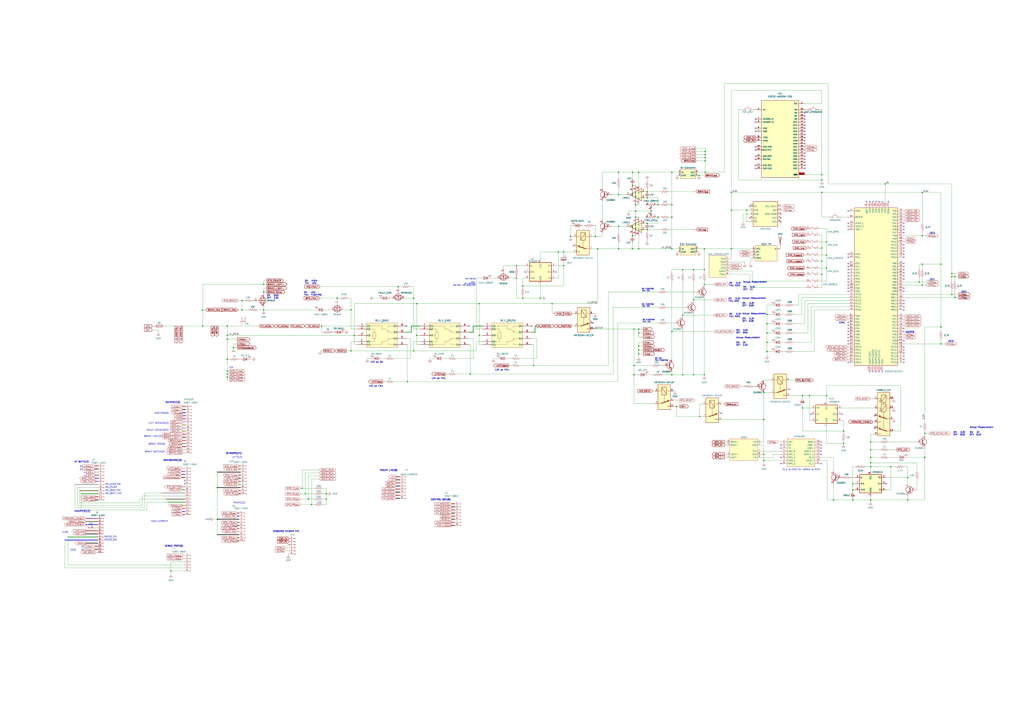
<source format=kicad_sch>
(kicad_sch (version 20211123) (generator eeschema)
  (paper "A1")
  (junction (at 216.535 254.635))
  (junction (at 276.86 245.11))
  (junction (at 490.855 204.47))
  (junction (at 339.725 288.29))
  (junction (at 578.485 221.615))
  (junction (at 600.71 204.47))
  (junction (at 675.005 158.115))
  (junction (at 692.785 364.49))
  (junction (at 551.815 307.975))
  (junction (at 627.38 344.805))
  (junction (at 560.705 221.615))
  (junction (at 534.67 173.355))
  (junction (at 186.69 267.97))
  (junction (at 678.815 198.755))
  (junction (at 216.535 233.68))
  (junction (at 692.785 354.33))
  (junction (at 524.51 141.605))
  (junction (at 715.01 410.845))
  (junction (at 424.18 228.6))
  (junction (at 578.485 307.975))
  (junction (at 288.29 288.29))
  (junction (at 186.69 278.765))
  (junction (at 757.555 217.17))
  (junction (at 267.97 405.765))
  (junction (at 453.39 249.555))
  (junction (at 519.43 152.4))
  (junction (at 178.435 426.72))
  (junction (at 424.18 218.44))
  (junction (at 386.08 307.34))
  (junction (at 772.795 268.605))
  (junction (at 715.01 369.57))
  (junction (at 579.12 132.08))
  (junction (at 629.92 281.305))
  (junction (at 555.625 334.01))
  (junction (at 551.815 168.275))
  (junction (at 166.37 254.635))
  (junction (at 327.025 235.585))
  (junction (at 186.69 309.88))
  (junction (at 551.815 204.47))
  (junction (at 186.69 304.8))
  (junction (at 745.49 410.845))
  (junction (at 253.365 410.21))
  (junction (at 600.71 158.115))
  (junction (at 438.15 300.355))
  (junction (at 629.92 258.445))
  (junction (at 678.815 325.12))
  (junction (at 186.69 307.34))
  (junction (at 198.755 254.635))
  (junction (at 393.7 275.59))
  (junction (at 524.51 290.83))
  (junction (at 629.92 266.065))
  (junction (at 574.04 144.145))
  (junction (at 578.485 204.47))
  (junction (at 757.555 193.675))
  (junction (at 186.69 295.275))
  (junction (at 664.845 325.12))
  (junction (at 659.13 325.12))
  (junction (at 659.13 335.28))
  (junction (at 521.97 178.435))
  (junction (at 569.595 246.38))
  (junction (at 519.43 193.675))
  (junction (at 781.685 227.33))
  (junction (at 524.51 287.655))
  (junction (at 524.51 273.685))
  (junction (at 574.675 342.265))
  (junction (at 248.285 401.32))
  (junction (at 166.37 267.97))
  (junction (at 458.47 207.01))
  (junction (at 429.26 245.11))
  (junction (at 700.405 410.845))
  (junction (at 784.225 227.33))
  (junction (at 462.915 207.01))
  (junction (at 531.495 162.56))
  (junction (at 627.38 373.38))
  (junction (at 267.97 410.21))
  (junction (at 540.385 178.435))
  (junction (at 334.645 313.69))
  (junction (at 520.7 270.51))
  (junction (at 715.01 383.54))
  (junction (at 521.97 173.355))
  (junction (at 759.46 356.235))
  (junction (at 250.825 405.765))
  (junction (at 551.815 272.415))
  (junction (at 700.405 397.51))
  (junction (at 560.705 259.08))
  (junction (at 339.725 245.11))
  (junction (at 519.43 141.605))
  (junction (at 191.77 285.75))
  (junction (at 627.38 378.46))
  (junction (at 578.485 233.68))
  (junction (at 551.815 141.605))
  (junction (at 772.795 217.17))
  (junction (at 429.26 234.95))
  (junction (at 579.12 127))
  (junction (at 727.075 151.13))
  (junction (at 186.69 275.59))
  (junction (at 178.435 400.685))
  (junction (at 755.015 231.775))
  (junction (at 524.51 204.47))
  (junction (at 342.265 275.59))
  (junction (at 715.01 375.92))
  (junction (at 468.63 194.31))
  (junction (at 627.38 322.58))
  (junction (at 216.535 240.03))
  (junction (at 551.815 178.435))
  (junction (at 613.41 172.72))
  (junction (at 678.815 209.55))
  (junction (at 629.92 273.685))
  (junction (at 508 160.02))
  (junction (at 524.51 284.48))
  (junction (at 700.405 402.59))
  (junction (at 745.49 392.43))
  (junction (at 781.685 224.79))
  (junction (at 579.12 129.54))
  (junction (at 757.555 158.115))
  (junction (at 560.705 307.975))
  (junction (at 524.51 270.51))
  (junction (at 675.005 143.51))
  (junction (at 540.385 168.275))
  (junction (at 784.225 244.475))
  (junction (at 569.595 221.615))
  (junction (at 531.495 157.48))
  (junction (at 521.97 168.275))
  (junction (at 715.01 363.22))
  (junction (at 629.92 288.925))
  (junction (at 579.12 141.605))
  (junction (at 678.815 220.345))
  (junction (at 140.335 469.265))
  (junction (at 198.755 247.015))
  (junction (at 508 186.055))
  (junction (at 759.46 375.92))
  (junction (at 508 141.605))
  (junction (at 462.915 218.44))
  (junction (at 731.52 383.54))
  (junction (at 675.005 203.835))
  (junction (at 342.265 249.555))
  (junction (at 579.12 124.46))
  (junction (at 508 204.47))
  (junction (at 600.71 172.72))
  (junction (at 569.595 307.975))
  (junction (at 290.83 275.59))
  (junction (at 531.495 188.595))
  (junction (at 443.865 245.11))
  (junction (at 675.005 225.425))
  (junction (at 781.685 241.935))
  (junction (at 675.005 147.955))
  (junction (at 531.495 183.515))
  (junction (at 519.43 204.47))
  (junction (at 488.95 194.31))
  (junction (at 264.16 267.97))
  (junction (at 288.29 254.635))
  (junction (at 684.53 410.845))
  (junction (at 520.7 307.975))
  (junction (at 757.555 234.315))
  (junction (at 393.7 249.555))
  (junction (at 715.01 380.365))
  (junction (at 772.795 282.575))
  (junction (at 675.005 214.63))
  (junction (at 255.905 414.655))
  (junction (at 520.7 300.355))
  (no_connect (at 742.315 239.395))
  (no_connect (at 721.995 165.735))
  (no_connect (at 696.595 272.415))
  (no_connect (at 742.315 211.455))
  (no_connect (at 742.315 224.155))
  (no_connect (at 666.115 340.36))
  (no_connect (at 674.37 365.76))
  (no_connect (at 661.035 133.35))
  (no_connect (at 487.045 265.43))
  (no_connect (at 696.595 297.815))
  (no_connect (at 661.035 115.57))
  (no_connect (at 724.535 165.735))
  (no_connect (at 742.315 229.235))
  (no_connect (at 742.315 208.915))
  (no_connect (at 620.395 97.79))
  (no_connect (at 592.455 339.725))
  (no_connect (at 696.595 183.515))
  (no_connect (at 615.95 169.545))
  (no_connect (at 719.455 165.735))
  (no_connect (at 742.315 252.095))
  (no_connect (at 661.035 107.95))
  (no_connect (at 674.37 363.22))
  (no_connect (at 661.035 113.03))
  (no_connect (at 742.315 290.195))
  (no_connect (at 456.565 223.52))
  (no_connect (at 742.315 295.275))
  (no_connect (at 742.315 201.295))
  (no_connect (at 696.595 219.075))
  (no_connect (at 661.035 118.11))
  (no_connect (at 674.37 370.84))
  (no_connect (at 696.595 274.955))
  (no_connect (at 719.455 305.435))
  (no_connect (at 661.035 100.33))
  (no_connect (at 727.71 397.51))
  (no_connect (at 620.395 120.65))
  (no_connect (at 742.315 287.655))
  (no_connect (at 696.595 224.155))
  (no_connect (at 661.035 138.43))
  (no_connect (at 661.035 92.71))
  (no_connect (at 674.37 381))
  (no_connect (at 641.35 182.245))
  (no_connect (at 714.375 165.735))
  (no_connect (at 696.595 234.315))
  (no_connect (at 385.445 267.97))
  (no_connect (at 661.035 125.73))
  (no_connect (at 696.595 231.775))
  (no_connect (at 721.995 305.435))
  (no_connect (at 742.315 297.815))
  (no_connect (at 716.915 165.735))
  (no_connect (at 661.035 97.79))
  (no_connect (at 661.035 102.87))
  (no_connect (at 431.165 223.52))
  (no_connect (at 714.375 305.435))
  (no_connect (at 696.595 269.875))
  (no_connect (at 742.315 292.735))
  (no_connect (at 742.315 216.535))
  (no_connect (at 661.035 128.27))
  (no_connect (at 696.595 277.495))
  (no_connect (at 661.035 105.41))
  (no_connect (at 334.01 267.97))
  (no_connect (at 742.315 219.075))
  (no_connect (at 661.035 135.89))
  (no_connect (at 530.86 178.435))
  (no_connect (at 742.315 247.015))
  (no_connect (at 691.515 340.36))
  (no_connect (at 620.395 138.43))
  (no_connect (at 742.315 236.855))
  (no_connect (at 711.835 165.735))
  (no_connect (at 436.88 267.97))
  (no_connect (at 742.315 249.555))
  (no_connect (at 742.315 280.035))
  (no_connect (at 696.595 226.695))
  (no_connect (at 641.35 175.895))
  (no_connect (at 742.315 226.695))
  (no_connect (at 742.315 285.115))
  (no_connect (at 724.535 305.435))
  (no_connect (at 620.395 105.41))
  (no_connect (at 742.315 203.835))
  (no_connect (at 696.595 229.235))
  (no_connect (at 696.595 186.055))
  (no_connect (at 696.595 208.915))
  (no_connect (at 696.595 267.335))
  (no_connect (at 696.595 236.855))
  (no_connect (at 696.595 239.395))
  (no_connect (at 151.765 397.51))
  (no_connect (at 661.035 95.25))
  (no_connect (at 620.395 100.33))
  (no_connect (at 696.595 211.455))
  (no_connect (at 716.915 305.435))
  (no_connect (at 696.595 221.615))
  (no_connect (at 696.595 173.355))
  (no_connect (at 742.315 186.055))
  (no_connect (at 620.395 107.95))
  (no_connect (at 742.315 269.875))
  (no_connect (at 620.395 135.89))
  (no_connect (at 620.395 130.81))
  (no_connect (at 742.315 221.615))
  (no_connect (at 674.37 368.3))
  (no_connect (at 696.595 216.535))
  (no_connect (at 641.35 365.76))
  (no_connect (at 742.315 206.375))
  (no_connect (at 696.595 282.575))
  (no_connect (at 742.315 191.135))
  (no_connect (at 648.335 320.04))
  (no_connect (at 696.595 188.595))
  (no_connect (at 718.185 341.63))
  (no_connect (at 615.95 179.07))
  (no_connect (at 641.35 375.92))
  (no_connect (at 530.86 168.275))
  (no_connect (at 661.035 110.49))
  (no_connect (at 661.035 130.81))
  (no_connect (at 674.37 373.38))
  (no_connect (at 641.35 368.3))
  (no_connect (at 471.17 201.93))
  (no_connect (at 696.595 264.795))
  (no_connect (at 151.765 394.97))
  (no_connect (at 641.35 179.07))
  (no_connect (at 620.395 128.27))
  (no_connect (at 742.315 272.415))
  (no_connect (at 742.315 188.595))
  (no_connect (at 696.595 280.035))
  (no_connect (at 729.615 165.735))
  (no_connect (at 742.315 183.515))
  (no_connect (at 237.49 447.675))
  (no_connect (at 742.315 254.635))
  (no_connect (at 718.185 351.79))
  (no_connect (at 641.35 381))
  (no_connect (at 620.395 123.19))
  (wire (pts (xy 265.43 405.765) (xy 267.97 405.765)))
  (wire (pts (xy 534.67 174.625) (xy 534.67 173.355)))
  (wire (pts (xy 201.295 267.97) (xy 201.295 266.065)))
  (wire (pts (xy 443.865 233.68) (xy 443.865 245.11)))
  (wire (pts (xy 615.95 225.425) (xy 615.95 236.22)))
  (wire (pts (xy 267.335 254.635) (xy 271.78 254.635)))
  (wire (pts (xy 644.525 281.305) (xy 642.62 281.305)))
  (wire (pts (xy 166.37 233.68) (xy 166.37 254.635)))
  (wire (pts (xy 672.465 231.14) (xy 678.815 231.14)))
  (wire (pts (xy 116.84 415.29) (xy 116.84 407.67)))
  (wire (pts (xy 149.86 372.11) (xy 152.4 372.11)) (stroke (width 0.5) (color 194 194 194 1)))
  (wire (pts (xy 658.495 258.445) (xy 652.145 258.445)))
  (wire (pts (xy 391.16 280.67) (xy 391.16 288.29)))
  (wire (pts (xy 186.69 275.59) (xy 186.69 278.765)))
  (wire (pts (xy 675.005 203.835) (xy 672.465 203.835)))
  (wire (pts (xy 759.46 268.605) (xy 759.46 346.71)))
  (wire (pts (xy 70.485 436.245) (xy 80.01 436.245)) (stroke (width 0.5) (color 194 0 0 1)))
  (wire (pts (xy 323.85 294.64) (xy 337.185 294.64)))
  (wire (pts (xy 691.515 335.28) (xy 718.185 335.28)))
  (wire (pts (xy 608.965 90.17) (xy 606.425 90.17)))
  (wire (pts (xy 560.705 221.615) (xy 569.595 221.615)))
  (wire (pts (xy 186.69 309.88) (xy 188.595 309.88)))
  (wire (pts (xy 508 186.055) (xy 508 191.77)))
  (wire (pts (xy 531.495 183.515) (xy 529.59 183.515)))
  (wire (pts (xy 618.49 317.5) (xy 619.76 317.5)))
  (wire (pts (xy 520.7 270.51) (xy 524.51 270.51)))
  (wire (pts (xy 553.085 265.43) (xy 548.005 265.43)))
  (wire (pts (xy 715.01 383.54) (xy 715.01 387.35)))
  (wire (pts (xy 233.68 450.215) (xy 237.49 450.215)))
  (wire (pts (xy 727.075 151.13) (xy 727.075 165.735)))
  (wire (pts (xy 486.41 194.31) (xy 488.95 194.31)))
  (wire (pts (xy 370.84 421.64) (xy 373.38 421.64)) (stroke (width 0.5) (color 0 0 0 1)))
  (wire (pts (xy 416.56 294.64) (xy 419.735 294.64)))
  (wire (pts (xy 78.105 454.025) (xy 80.01 454.025)) (stroke (width 0.5) (color 194 194 194 1)))
  (wire (pts (xy 293.37 283.21) (xy 290.83 283.21)))
  (wire (pts (xy 571.5 132.08) (xy 579.12 132.08)))
  (wire (pts (xy 262.255 391.16) (xy 253.365 391.16)))
  (wire (pts (xy 149.86 341.63) (xy 152.4 341.63)) (stroke (width 0.5) (color 132 0 132 1)))
  (wire (pts (xy 675.005 225.425) (xy 675.005 236.22)))
  (wire (pts (xy 540.385 183.515) (xy 540.385 178.435)))
  (wire (pts (xy 551.815 221.615) (xy 560.705 221.615)))
  (wire (pts (xy 196.215 390.525) (xy 197.485 390.525)) (stroke (width 0.5) (color 194 0 0 1)))
  (wire (pts (xy 736.6 369.57) (xy 730.25 369.57)))
  (wire (pts (xy 616.585 209.55) (xy 617.855 209.55)))
  (wire (pts (xy 519.43 204.47) (xy 508 204.47)))
  (wire (pts (xy 569.595 246.38) (xy 569.595 247.65)))
  (wire (pts (xy 293.37 280.67) (xy 288.29 280.67)))
  (wire (pts (xy 487.045 270.51) (xy 520.7 270.51)))
  (wire (pts (xy 616.585 212.09) (xy 616.585 217.17)))
  (wire (pts (xy 757.555 234.315) (xy 760.73 234.315)))
  (wire (pts (xy 640.715 201.93) (xy 640.715 204.47)))
  (wire (pts (xy 635 288.925) (xy 629.92 288.925)))
  (wire (pts (xy 216.535 255.905) (xy 216.535 254.635)))
  (wire (pts (xy 339.725 235.585) (xy 339.725 245.11)))
  (wire (pts (xy 520.7 307.975) (xy 520.7 331.47)))
  (wire (pts (xy 519.43 151.765) (xy 519.43 152.4)))
  (wire (pts (xy 293.37 275.59) (xy 290.83 275.59)))
  (wire (pts (xy 462.915 207.01) (xy 458.47 207.01)))
  (wire (pts (xy 262.255 393.7) (xy 255.905 393.7)))
  (wire (pts (xy 615.95 182.245) (xy 613.41 182.245)))
  (wire (pts (xy 745.49 392.43) (xy 745.49 397.51)))
  (wire (pts (xy 700.405 397.51) (xy 702.31 397.51)))
  (wire (pts (xy 65.405 403.225) (xy 80.645 403.225)) (stroke (width 0.5) (color 72 72 0 1)))
  (wire (pts (xy 784.225 244.475) (xy 787.4 244.475)))
  (wire (pts (xy 742.95 267.335) (xy 742.315 267.335)))
  (wire (pts (xy 535.305 300.355) (xy 520.7 300.355)))
  (wire (pts (xy 519.43 194.31) (xy 519.43 193.675)))
  (wire (pts (xy 663.575 249.555) (xy 663.575 273.685)))
  (wire (pts (xy 77.47 433.705) (xy 80.01 433.705)))
  (wire (pts (xy 578.485 233.68) (xy 586.105 233.68)))
  (wire (pts (xy 660.4 220.345) (xy 662.305 220.345)))
  (wire (pts (xy 715.01 363.22) (xy 722.63 363.22)))
  (wire (pts (xy 610.235 182.88) (xy 610.235 175.895)))
  (wire (pts (xy 556.26 144.145) (xy 556.26 144.78)))
  (wire (pts (xy 549.91 168.275) (xy 551.815 168.275)))
  (wire (pts (xy 675.005 214.63) (xy 672.465 214.63)))
  (wire (pts (xy 514.35 186.055) (xy 508 186.055)))
  (wire (pts (xy 757.555 217.17) (xy 757.555 220.98)))
  (wire (pts (xy 478.155 185.42) (xy 480.06 185.42)))
  (wire (pts (xy 429.26 234.95) (xy 462.915 234.95)))
  (wire (pts (xy 55.88 464.185) (xy 151.765 464.185)))
  (wire (pts (xy 659.13 354.33) (xy 692.785 354.33)))
  (wire (pts (xy 130.175 271.145) (xy 130.175 273.685)))
  (wire (pts (xy 140.335 469.265) (xy 140.335 461.645)))
  (wire (pts (xy 334.645 283.21) (xy 334.645 313.69)))
  (wire (pts (xy 468.63 194.31) (xy 468.63 195.58)))
  (wire (pts (xy 600.71 204.47) (xy 578.485 204.47)))
  (wire (pts (xy 661.035 247.015) (xy 661.035 266.065)))
  (wire (pts (xy 166.37 254.635) (xy 166.37 267.97)))
  (wire (pts (xy 659.13 325.12) (xy 659.13 327.66)))
  (wire (pts (xy 394.97 228.6) (xy 391.16 228.6)))
  (wire (pts (xy 716.28 346.71) (xy 718.185 346.71)))
  (wire (pts (xy 668.655 254.635) (xy 696.595 254.635)))
  (wire (pts (xy 715.01 327.66) (xy 718.185 327.66)))
  (wire (pts (xy 405.13 294.64) (xy 405.13 295.275)))
  (wire (pts (xy 247.015 414.655) (xy 255.905 414.655)))
  (wire (pts (xy 250.825 405.765) (xy 257.81 405.765)))
  (wire (pts (xy 149.86 422.91) (xy 151.765 422.91)) (stroke (width 0.5) (color 132 0 132 1)))
  (wire (pts (xy 413.385 218.44) (xy 424.18 218.44)))
  (wire (pts (xy 267.97 410.21) (xy 267.97 414.655)))
  (wire (pts (xy 393.7 283.21) (xy 396.24 283.21)))
  (wire (pts (xy 393.7 249.555) (xy 453.39 249.555)))
  (wire (pts (xy 468.63 185.42) (xy 470.535 185.42)))
  (wire (pts (xy 149.86 336.55) (xy 152.4 336.55)) (stroke (width 0.5) (color 0 0 0 1)))
  (wire (pts (xy 578.485 221.615) (xy 578.485 224.155)))
  (wire (pts (xy 555.625 342.265) (xy 574.675 342.265)))
  (wire (pts (xy 194.945 444.5) (xy 196.215 444.5)) (stroke (width 0.5) (color 0 0 0 1)))
  (wire (pts (xy 247.015 401.32) (xy 248.285 401.32)))
  (wire (pts (xy 429.26 245.11) (xy 443.865 245.11)))
  (wire (pts (xy 424.18 245.11) (xy 429.26 245.11)))
  (wire (pts (xy 329.565 235.585) (xy 327.025 235.585)))
  (wire (pts (xy 487.68 185.42) (xy 488.95 185.42)))
  (wire (pts (xy 325.12 409.575) (xy 328.295 409.575)) (stroke (width 0.5) (color 0 0 0 1)))
  (wire (pts (xy 695.96 295.275) (xy 696.595 295.275)))
  (wire (pts (xy 535.94 321.31) (xy 537.845 321.31)))
  (wire (pts (xy 339.725 245.11) (xy 339.725 270.51)))
  (wire (pts (xy 250.825 388.62) (xy 250.825 405.765)))
  (wire (pts (xy 55.88 441.325) (xy 55.88 464.185)))
  (wire (pts (xy 524.51 168.275) (xy 521.97 168.275)))
  (wire (pts (xy 519.43 141.605) (xy 519.43 146.685)))
  (wire (pts (xy 648.335 312.42) (xy 653.415 312.42)))
  (wire (pts (xy 561.975 252.73) (xy 548.005 252.73)))
  (wire (pts (xy 521.97 193.675) (xy 519.43 193.675)))
  (wire (pts (xy 365.76 307.34) (xy 367.665 307.34)))
  (wire (pts (xy 332.105 245.11) (xy 339.725 245.11)))
  (wire (pts (xy 578.485 204.47) (xy 572.77 204.47)))
  (wire (pts (xy 679.45 378.46) (xy 679.45 410.845)))
  (wire (pts (xy 178.435 426.72) (xy 196.215 426.72)) (stroke (width 0.5) (color 0 0 0 1)))
  (wire (pts (xy 290.83 275.59) (xy 290.83 283.21)))
  (wire (pts (xy 629.92 288.925) (xy 629.92 292.735)))
  (wire (pts (xy 594.995 332.105) (xy 592.455 332.105)))
  (wire (pts (xy 262.89 288.29) (xy 265.43 288.29)))
  (wire (pts (xy 70.485 438.785) (xy 80.01 438.785)) (stroke (width 0.5) (color 0 0 0 1)))
  (wire (pts (xy 216.535 240.03) (xy 216.535 241.935)))
  (wire (pts (xy 772.795 282.575) (xy 775.97 282.575)))
  (wire (pts (xy 594.995 365.76) (xy 596.9 365.76)))
  (wire (pts (xy 186.69 307.34) (xy 186.69 309.88)))
  (wire (pts (xy 613.41 182.245) (xy 613.41 172.72)))
  (wire (pts (xy 753.11 380.365) (xy 753.11 386.715)))
  (wire (pts (xy 781.685 227.33) (xy 781.685 231.14)))
  (wire (pts (xy 267.97 405.765) (xy 267.97 410.21)))
  (wire (pts (xy 276.86 245.11) (xy 278.765 245.11)))
  (wire (pts (xy 236.855 455.295) (xy 237.49 455.295)))
  (wire (pts (xy 734.06 327.66) (xy 733.425 327.66)))
  (wire (pts (xy 417.83 300.355) (xy 419.735 300.355)))
  (wire (pts (xy 200.025 247.015) (xy 198.755 247.015)))
  (wire (pts (xy 592.455 344.805) (xy 627.38 344.805)))
  (wire (pts (xy 627.38 322.58) (xy 627.38 344.805)))
  (wire (pts (xy 63.5 400.685) (xy 63.5 415.29)))
  (wire (pts (xy 503.555 252.73) (xy 540.385 252.73)))
  (wire (pts (xy 574.04 144.145) (xy 579.12 144.145)))
  (wire (pts (xy 551.815 224.155) (xy 551.815 221.615)))
  (wire (pts (xy 114.935 413.385) (xy 114.935 410.21)))
  (wire (pts (xy 531.495 183.515) (xy 540.385 183.515)))
  (wire (pts (xy 186.69 295.275) (xy 186.69 304.8)))
  (wire (pts (xy 727.075 151.13) (xy 781.685 151.13)))
  (wire (pts (xy 644.525 266.065) (xy 642.62 266.065)))
  (wire (pts (xy 375.285 307.34) (xy 386.08 307.34)))
  (wire (pts (xy 674.37 375.92) (xy 684.53 375.92)))
  (wire (pts (xy 120.65 419.1) (xy 120.65 412.75)))
  (wire (pts (xy 528.32 284.48) (xy 524.51 284.48)))
  (wire (pts (xy 370.84 426.72) (xy 373.38 426.72)) (stroke (width 0.5) (color 0 0 0 1)))
  (wire (pts (xy 207.645 247.015) (xy 208.915 247.015)))
  (wire (pts (xy 462.915 207.01) (xy 462.915 208.915)))
  (wire (pts (xy 551.815 204.47) (xy 524.51 204.47)))
  (wire (pts (xy 757.555 158.115) (xy 772.795 158.115)))
  (wire (pts (xy 574.04 144.145) (xy 572.77 144.145)))
  (wire (pts (xy 666.115 345.44) (xy 664.845 345.44)))
  (wire (pts (xy 611.505 215.265) (xy 598.805 215.265)))
  (wire (pts (xy 197.485 295.275) (xy 196.215 295.275)))
  (wire (pts (xy 344.805 275.59) (xy 342.265 275.59)))
  (wire (pts (xy 695.96 262.255) (xy 696.595 262.255)))
  (wire (pts (xy 78.105 393.065) (xy 80.645 393.065)) (stroke (width 0.5) (color 0 0 194 1)))
  (wire (pts (xy 63.5 415.29) (xy 116.84 415.29)))
  (wire (pts (xy 578.485 309.245) (xy 578.485 307.975)))
  (wire (pts (xy 370.84 419.1) (xy 373.38 419.1)) (stroke (width 0.5) (color 194 0 0 1)))
  (wire (pts (xy 140.335 469.265) (xy 140.335 472.44)))
  (wire (pts (xy 659.13 332.74) (xy 659.13 335.28)))
  (wire (pts (xy 624.84 370.84) (xy 641.35 370.84)))
  (wire (pts (xy 431.165 228.6) (xy 429.26 228.6)))
  (wire (pts (xy 715.01 356.87) (xy 715.01 363.22)))
  (wire (pts (xy 596.9 373.38) (xy 594.995 373.38)))
  (wire (pts (xy 337.185 294.64) (xy 337.185 278.13)))
  (wire (pts (xy 136.525 410.21) (xy 151.765 410.21)) (stroke (width 0.5) (color 72 72 0 1)))
  (wire (pts (xy 700.405 383.54) (xy 700.405 397.51)))
  (wire (pts (xy 267.97 401.32) (xy 265.43 401.32)))
  (wire (pts (xy 521.97 168.275) (xy 521.97 173.355)))
  (wire (pts (xy 186.69 275.59) (xy 290.83 275.59)))
  (wire (pts (xy 521.97 173.355) (xy 521.97 178.435)))
  (wire (pts (xy 627.38 344.805) (xy 627.38 363.22)))
  (wire (pts (xy 679.45 410.845) (xy 684.53 410.845)))
  (wire (pts (xy 323.85 313.69) (xy 334.645 313.69)))
  (wire (pts (xy 542.29 168.275) (xy 540.385 168.275)))
  (wire (pts (xy 149.225 387.35) (xy 151.765 387.35)) (stroke (width 0.5) (color 132 0 132 1)))
  (wire (pts (xy 118.745 417.195) (xy 118.745 405.13)))
  (wire (pts (xy 388.62 273.05) (xy 388.62 267.97)) (stroke (width 0.5)))
  (wire (pts (xy 572.77 141.605) (xy 579.12 141.605)))
  (wire (pts (xy 762.635 356.235) (xy 759.46 356.235)))
  (wire (pts (xy 388.62 278.13) (xy 388.62 294.64)))
  (wire (pts (xy 219.075 233.68) (xy 216.535 233.68)))
  (wire (pts (xy 560.705 231.7874) (xy 560.705 259.08)))
  (wire (pts (xy 78.105 390.525) (xy 80.645 390.525)) (stroke (width 0.5) (color 72 72 0 1)))
  (wire (pts (xy 644.525 258.445) (xy 642.62 258.445)))
  (wire (pts (xy 722.63 369.57) (xy 715.01 369.57)))
  (wire (pts (xy 178.435 439.42) (xy 196.215 439.42)) (stroke (width 0.5) (color 0 0 0 1)))
  (wire (pts (xy 551.815 168.275) (xy 551.815 178.435)))
  (wire (pts (xy 438.15 283.21) (xy 436.88 283.21)))
  (wire (pts (xy 353.06 294.64) (xy 353.06 295.275)))
  (wire (pts (xy 178.435 387.985) (xy 178.435 400.685)))
  (wire (pts (xy 78.105 387.985) (xy 80.645 387.985)) (stroke (width 0.5) (color 194 194 194 1)))
  (wire (pts (xy 648.335 325.12) (xy 659.13 325.12)))
  (wire (pts (xy 524.51 273.685) (xy 528.32 273.685)))
  (wire (pts (xy 149.86 334.01) (xy 152.4 334.01)) (stroke (width 0.5) (color 194 0 0 1)))
  (wire (pts (xy 188.595 295.275) (xy 186.69 295.275)))
  (wire (pts (xy 551.815 204.47) (xy 557.53 204.47)))
  (wire (pts (xy 678.815 325.12) (xy 678.815 316.865)))
  (wire (pts (xy 186.69 267.97) (xy 198.755 267.97)))
  (wire (pts (xy 675.005 158.115) (xy 757.555 158.115)))
  (wire (pts (xy 427.355 300.355) (xy 438.15 300.355)))
  (wire (pts (xy 178.435 400.685) (xy 197.485 400.685)) (stroke (width 0.5) (color 0 0 0 1)))
  (wire (pts (xy 781.685 241.935) (xy 787.4 241.935)))
  (wire (pts (xy 488.95 185.42) (xy 488.95 194.31)))
  (wire (pts (xy 579.12 127) (xy 579.12 124.46)))
  (wire (pts (xy 731.52 383.54) (xy 715.01 383.54)))
  (wire (pts (xy 293.37 270.51) (xy 288.29 270.51)))
  (wire (pts (xy 560.705 259.08) (xy 586.105 259.08)))
  (wire (pts (xy 186.69 304.8) (xy 188.595 304.8)))
  (wire (pts (xy 560.705 221.615) (xy 560.705 224.1674)))
  (wire (pts (xy 702.31 392.43) (xy 699.135 392.43)))
  (wire (pts (xy 255.905 393.7) (xy 255.905 414.655)))
  (wire (pts (xy 327.025 235.585) (xy 327.025 237.49)))
  (wire (pts (xy 594.995 141.605) (xy 594.995 68.58)))
  (wire (pts (xy 248.285 386.08) (xy 248.285 401.32)))
  (wire (pts (xy 255.905 414.655) (xy 257.81 414.655)))
  (wire (pts (xy 219.075 236.855) (xy 216.535 236.855)))
  (wire (pts (xy 144.78 267.97) (xy 134.62 267.97)))
  (wire (pts (xy 627.38 365.76) (xy 627.38 373.38)))
  (wire (pts (xy 666.115 252.095) (xy 666.115 281.305)))
  (wire (pts (xy 195.58 254.635) (xy 198.755 254.635)))
  (wire (pts (xy 673.1 90.17) (xy 675.005 90.17)))
  (wire (pts (xy 578.485 204.47) (xy 578.485 221.615)))
  (wire (pts (xy 560.705 259.08) (xy 560.705 260.35)))
  (wire (pts (xy 743.585 196.215) (xy 742.315 196.215)))
  (wire (pts (xy 253.365 391.16) (xy 253.365 410.21)))
  (wire (pts (xy 339.725 280.67) (xy 339.725 288.29)))
  (wire (pts (xy 196.215 405.765) (xy 197.485 405.765)) (stroke (width 0.5) (color 0 0 0 1)))
  (wire (pts (xy 508 186.055) (xy 502.285 186.055)))
  (wire (pts (xy 325.12 396.875) (xy 328.295 396.875)) (stroke (width 0.5) (color 194 0 0 1)))
  (wire (pts (xy 644.525 288.925) (xy 642.62 288.925)))
  (wire (pts (xy 619.125 90.17) (xy 620.395 90.17)))
  (wire (pts (xy 262.89 288.29) (xy 262.89 288.925)))
  (wire (pts (xy 629.92 281.305) (xy 629.92 288.925)))
  (wire (pts (xy 606.425 90.17) (xy 606.425 147.955)))
  (wire (pts (xy 658.495 244.475) (xy 658.495 258.445)))
  (wire (pts (xy 524.51 152.4) (xy 524.51 141.605)))
  (wire (pts (xy 427.355 294.64) (xy 440.69 294.64)))
  (wire (pts (xy 325.12 407.035) (xy 328.295 407.035)) (stroke (width 0.5) (color 194 0 0 1)))
  (wire (pts (xy 751.84 363.22) (xy 730.25 363.22)))
  (wire (pts (xy 715.01 380.365) (xy 715.01 383.54)))
  (wire (pts (xy 149.225 392.43) (xy 151.765 392.43)) (stroke (width 0.5) (color 0 0 0 1)))
  (wire (pts (xy 508 199.39) (xy 508 204.47)))
  (wire (pts (xy 554.355 321.31) (xy 554.355 321.945)))
  (wire (pts (xy 508 141.605) (xy 508 146.685)))
  (wire (pts (xy 391.16 288.29) (xy 339.725 288.29)))
  (wire (pts (xy 288.29 280.67) (xy 288.29 288.29)))
  (wire (pts (xy 78.105 385.445) (xy 80.645 385.445)) (stroke (width 0.5) (color 0 0 0 1)))
  (wire (pts (xy 487.045 257.81) (xy 488.95 257.81)))
  (wire (pts (xy 149.225 389.89) (xy 151.765 389.89)) (stroke (width 0.5) (color 0 0 194 1)))
  (wire (pts (xy 503.555 307.34) (xy 503.555 252.73)))
  (wire (pts (xy 65.405 403.225) (xy 65.405 413.385)))
  (wire (pts (xy 391.16 228.6) (xy 391.16 270.51)))
  (wire (pts (xy 644.525 250.825) (xy 642.62 250.825)))
  (wire (pts (xy 507.365 265.43) (xy 507.365 313.69)))
  (wire (pts (xy 61.595 398.145) (xy 80.645 398.145)) (stroke (width 0.5) (color 132 132 132 1)))
  (wire (pts (xy 524.51 168.275) (xy 524.51 167.64)))
  (wire (pts (xy 658.495 244.475) (xy 696.595 244.475)))
  (wire (pts (xy 660.4 225.425) (xy 662.305 225.425)))
  (wire (pts (xy 274.32 273.05) (xy 273.05 273.05)))
  (wire (pts (xy 661.035 247.015) (xy 696.595 247.015)))
  (wire (pts (xy 468.63 185.42) (xy 468.63 194.31)))
  (wire (pts (xy 78.105 410.845) (xy 80.645 410.845)) (stroke (width 0.5) (color 0 0 0 1)))
  (wire (pts (xy 627.38 378.46) (xy 627.38 381)))
  (wire (pts (xy 553.085 334.01) (xy 555.625 334.01)))
  (wire (pts (xy 718.185 356.87) (xy 715.01 356.87)))
  (wire (pts (xy 757.555 228.6) (xy 757.555 234.315)))
  (wire (pts (xy 781.685 224.79) (xy 787.4 224.79)))
  (wire (pts (xy 615.95 236.22) (xy 662.305 236.22)))
  (wire (pts (xy 353.06 294.64) (xy 356.87 294.64)))
  (wire (pts (xy 678.815 316.865) (xy 739.775 316.865)))
  (wire (pts (xy 600.71 172.72) (xy 600.71 204.47)))
  (wire (pts (xy 494.665 191.135) (xy 494.665 194.31)))
  (wire (pts (xy 666.115 252.095) (xy 696.595 252.095)))
  (wire (pts (xy 531.495 198.755) (xy 531.495 197.485)))
  (wire (pts (xy 66.675 405.765) (xy 66.675 419.1)))
  (wire (pts (xy 715.01 363.22) (xy 715.01 369.57)))
  (wire (pts (xy 267.97 405.765) (xy 269.24 405.765)))
  (wire (pts (xy 644.525 273.685) (xy 642.62 273.685)))
  (wire (pts (xy 616.585 212.09) (xy 617.855 212.09)))
  (wire (pts (xy 370.84 416.56) (xy 373.38 416.56)) (stroke (width 0.5) (color 0 0 0 1)))
  (wire (pts (xy 314.325 313.69) (xy 316.23 313.69)))
  (wire (pts (xy 70.485 428.625) (xy 80.01 428.625)) (stroke (width 0.5) (color 72 72 0 1)))
  (wire (pts (xy 531.495 188.595) (xy 529.59 188.595)))
  (wire (pts (xy 516.255 173.355) (xy 516.255 174.625)))
  (wire (pts (xy 702.31 402.59) (xy 700.405 402.59)))
  (wire (pts (xy 262.255 386.08) (xy 248.285 386.08)))
  (wire (pts (xy 524.51 270.51) (xy 524.51 273.685)))
  (wire (pts (xy 629.92 266.065) (xy 629.92 273.685)))
  (wire (pts (xy 70.485 431.165) (xy 80.01 431.165)) (stroke (width 0.5) (color 0 0 194 1)))
  (wire (pts (xy 629.92 273.685) (xy 629.92 281.305)))
  (wire (pts (xy 118.745 405.13) (xy 132.715 405.13)))
  (wire (pts (xy 678.815 187.96) (xy 678.815 198.755)))
  (wire (pts (xy 521.97 173.355) (xy 516.255 173.355)))
  (wire (pts (xy 627.38 373.38) (xy 627.38 378.46)))
  (wire (pts (xy 571.5 129.54) (xy 579.12 129.54)))
  (wire (pts (xy 675.005 85.09) (xy 661.035 85.09)))
  (wire (pts (xy 579.12 121.92) (xy 571.5 121.92)))
  (wire (pts (xy 436.88 278.13) (xy 440.69 278.13)))
  (wire (pts (xy 194.945 282.575) (xy 191.77 282.575)))
  (wire (pts (xy 675.005 236.22) (xy 672.465 236.22)))
  (wire (pts (xy 772.795 217.17) (xy 772.795 158.115)))
  (wire (pts (xy 301.625 294.64) (xy 305.435 294.64)))
  (wire (pts (xy 247.015 410.21) (xy 253.365 410.21)))
  (wire (pts (xy 337.82 273.05) (xy 337.82 267.97)) (stroke (width 0.5)))
  (wire (pts (xy 508 141.605) (xy 494.665 141.605)))
  (wire (pts (xy 130.175 271.145) (xy 125.095 271.145)))
  (wire (pts (xy 692.785 364.49) (xy 692.785 365.76)))
  (wire (pts (xy 290.83 249.555) (xy 290.83 275.59)))
  (wire (pts (xy 781.685 151.13) (xy 781.685 224.79)))
  (wire (pts (xy 742.95 274.955) (xy 742.315 274.955)))
  (wire (pts (xy 276.86 247.015) (xy 276.86 245.11)))
  (wire (pts (xy 531.495 189.865) (xy 531.495 188.595)))
  (wire (pts (xy 569.595 257.81) (xy 569.595 307.975)))
  (wire (pts (xy 524.51 281.305) (xy 524.51 284.48)))
  (wire (pts (xy 652.145 281.305) (xy 666.115 281.305)))
  (wire (pts (xy 61.595 398.145) (xy 61.595 417.195)))
  (wire (pts (xy 388.62 267.97) (xy 396.24 267.97)) (stroke (width 0.5)))
  (wire (pts (xy 149.86 420.37) (xy 151.765 420.37)) (stroke (width 0.5) (color 0 0 194 1)))
  (wire (pts (xy 264.16 273.05) (xy 264.16 267.97)))
  (wire (pts (xy 396.24 280.67) (xy 391.16 280.67)))
  (wire (pts (xy 508 154.305) (xy 508 160.02)))
  (wire (pts (xy 662.305 214.63) (xy 660.4 214.63)))
  (wire (pts (xy 520.7 300.355) (xy 520.7 307.975)))
  (wire (pts (xy 140.335 469.265) (xy 151.765 469.265)))
  (wire (pts (xy 538.48 178.435) (xy 540.385 178.435)))
  (wire (pts (xy 675.005 90.17) (xy 675.005 143.51)))
  (wire (pts (xy 413.385 218.44) (xy 413.385 220.98)))
  (wire (pts (xy 784.225 227.33) (xy 784.225 231.14)))
  (wire (pts (xy 63.5 400.685) (xy 80.645 400.685)) (stroke (width 0.5) (color 194 194 194 1)))
  (wire (pts (xy 577.215 332.105) (xy 574.675 332.105)))
  (wire (pts (xy 70.485 426.085) (xy 80.01 426.085)) (stroke (width 0.5) (color 132 0 132 1)))
  (wire (pts (xy 616.585 207.01) (xy 617.855 207.01)))
  (wire (pts (xy 186.69 309.88) (xy 186.69 312.42)))
  (wire (pts (xy 742.95 264.795) (xy 742.315 264.795)))
  (wire (pts (xy 734.06 344.17) (xy 734.06 344.805)))
  (wire (pts (xy 600.71 158.115) (xy 600.71 172.72)))
  (wire (pts (xy 262.255 267.97) (xy 264.16 267.97)))
  (wire (pts (xy 166.37 267.97) (xy 174.625 267.97)))
  (wire (pts (xy 78.105 451.485) (xy 80.01 451.485)) (stroke (width 0.5) (color 0 0 0 1)))
  (wire (pts (xy 337.82 267.97) (xy 344.805 267.97)) (stroke (width 0.5)))
  (wire (pts (xy 514.35 160.02) (xy 508 160.02)))
  (wire (pts (xy 715.01 375.92) (xy 715.01 380.365)))
  (wire (pts (xy 606.425 147.955) (xy 675.005 147.955)))
  (wire (pts (xy 744.22 375.92) (xy 759.46 375.92)))
  (wire (pts (xy 499.745 240.03) (xy 499.745 300.355)))
  (wire (pts (xy 734.06 327.66) (xy 734.06 328.295)))
  (wire (pts (xy 553.085 328.93) (xy 558.165 328.93)))
  (wire (pts (xy 149.86 364.49) (xy 152.4 364.49)) (stroke (width 0.5) (color 0 132 0 1)))
  (wire (pts (xy 262.89 235.585) (xy 327.025 235.585)))
  (wire (pts (xy 772.795 217.17) (xy 772.795 268.605)))
  (wire (pts (xy 715.01 380.365) (xy 753.11 380.365)))
  (wire (pts (xy 534.67 173.355) (xy 534.67 172.085)))
  (wire (pts (xy 755.015 228.6) (xy 755.015 231.775)))
  (wire (pts (xy 344.805 270.51) (xy 339.725 270.51)))
  (wire (pts (xy 610.235 175.895) (xy 615.95 175.895)))
  (wire (pts (xy 264.16 267.97) (xy 293.37 267.97)))
  (wire (pts (xy 528.32 276.86) (xy 524.51 276.86)))
  (wire (pts (xy 216.535 230.505) (xy 216.535 233.68)))
  (wire (pts (xy 745.49 410.845) (xy 715.01 410.845)))
  (wire (pts (xy 149.86 349.25) (xy 152.4 349.25)) (stroke (width 0.5) (color 132 132 0 1)))
  (wire (pts (xy 608.33 317.5) (xy 610.87 317.5)))
  (wire (pts (xy 194.945 421.64) (xy 196.215 421.64)) (stroke (width 0.5) (color 194 0 0 1)))
  (wire (pts (xy 655.955 241.935) (xy 696.595 241.935)))
  (wire (pts (xy 757.555 217.17) (xy 772.795 217.17)))
  (wire (pts (xy 233.68 452.755) (xy 237.49 452.755)))
  (wire (pts (xy 655.955 250.825) (xy 652.145 250.825)))
  (wire (pts (xy 624.84 375.92) (xy 635 375.92)))
  (wire (pts (xy 555.625 334.01) (xy 555.625 342.265)))
  (wire (pts (xy 745.49 383.54) (xy 745.49 392.43)))
  (wire (pts (xy 684.53 410.845) (xy 700.405 410.845)))
  (wire (pts (xy 216.535 252.095) (xy 216.535 254.635)))
  (wire (pts (xy 755.015 231.775) (xy 760.73 231.775)))
  (wire (pts (xy 462.915 216.535) (xy 462.915 218.44)))
  (wire (pts (xy 65.405 413.385) (xy 114.935 413.385)))
  (wire (pts (xy 551.815 231.775) (xy 551.815 272.415)))
  (wire (pts (xy 600.71 158.115) (xy 675.005 158.115)))
  (wire (pts (xy 600.71 204.47) (xy 617.855 204.47)))
  (wire (pts (xy 600.71 172.72) (xy 613.41 172.72)))
  (wire (pts (xy 678.815 209.55) (xy 678.815 220.345)))
  (wire (pts (xy 633.095 322.58) (xy 627.38 322.58)))
  (wire (pts (xy 757.555 193.675) (xy 760.73 193.675)))
  (wire (pts (xy 745.49 407.67) (xy 745.49 410.845)))
  (wire (pts (xy 507.365 313.69) (xy 334.645 313.69)))
  (wire (pts (xy 531.495 162.56) (xy 529.59 162.56)))
  (wire (pts (xy 662.305 209.55) (xy 660.4 209.55)))
  (wire (pts (xy 265.43 273.05) (xy 264.16 273.05)))
  (wire (pts (xy 551.815 141.605) (xy 524.51 141.605)))
  (wire (pts (xy 690.88 178.435) (xy 696.595 178.435)))
  (wire (pts (xy 629.92 250.825) (xy 629.92 258.445)))
  (wire (pts (xy 78.105 408.305) (xy 80.645 408.305)) (stroke (width 0.5) (color 194 0 0 1)))
  (wire (pts (xy 194.945 429.26) (xy 196.215 429.26)) (stroke (width 0.5) (color 194 0 0 1)))
  (wire (pts (xy 579.12 132.08) (xy 579.12 141.605)))
  (wire (pts (xy 402.59 228.6) (xy 408.305 228.6)))
  (wire (pts (xy 149.86 369.57) (xy 152.4 369.57)) (stroke (width 0.5) (color 194 194 194 1)))
  (wire (pts (xy 494.665 165.1) (xy 494.665 180.975)))
  (wire (pts (xy 325.12 391.795) (xy 328.295 391.795)) (stroke (width 0.5) (color 194 0 0 1)))
  (wire (pts (xy 635 266.065) (xy 629.92 266.065)))
  (wire (pts (xy 519.43 199.39) (xy 519.43 204.47)))
  (wire (pts (xy 672.465 187.96) (xy 678.815 187.96)))
  (wire (pts (xy 396.24 275.59) (xy 393.7 275.59)))
  (wire (pts (xy 544.195 307.975) (xy 551.815 307.975)))
  (wire (pts (xy 342.265 249.555) (xy 342.265 275.59)))
  (wire (pts (xy 66.675 405.765) (xy 80.645 405.765)) (stroke (width 0.5)))
  (wire (pts (xy 600.71 74.295) (xy 675.005 74.295)))
  (wire (pts (xy 731.52 402.59) (xy 731.52 383.54)))
  (wire (pts (xy 692.785 345.44) (xy 692.785 354.33)))
  (wire (pts (xy 439.42 267.97) (xy 439.42 273.05)) (stroke (width 0.5)))
  (wire (pts (xy 132.715 405.13) (xy 151.765 405.13)) (stroke (width 0.5) (color 132 132 132 1)))
  (wire (pts (xy 742.95 180.975) (xy 742.315 180.975)))
  (wire (pts (xy 198.755 254.635) (xy 203.835 254.635)))
  (wire (pts (xy 734.06 344.17) (xy 733.425 344.17)))
  (wire (pts (xy 313.055 294.64) (xy 316.23 294.64)))
  (wire (pts (xy 519.43 141.605) (xy 508 141.605)))
  (wire (pts (xy 678.815 350.52) (xy 678.815 364.49)))
  (wire (pts (xy 524.51 284.48) (xy 524.51 287.655)))
  (wire (pts (xy 678.815 364.49) (xy 692.785 364.49)))
  (wire (pts (xy 267.97 410.21) (xy 265.43 410.21)))
  (wire (pts (xy 700.405 397.51) (xy 700.405 402.59)))
  (wire (pts (xy 617.855 222.885) (xy 598.805 222.885)))
  (wire (pts (xy 551.815 305.435) (xy 551.815 307.975)))
  (wire (pts (xy 551.815 141.605) (xy 557.53 141.605)))
  (wire (pts (xy 598.805 225.425) (xy 615.95 225.425)))
  (wire (pts (xy 524.51 193.675) (xy 524.51 204.47)))
  (wire (pts (xy 734.06 335.28) (xy 734.06 335.915)))
  (wire (pts (xy 488.95 194.31) (xy 494.665 194.31)))
  (wire (pts (xy 531.495 157.48) (xy 529.59 157.48)))
  (wire (pts (xy 664.845 345.44) (xy 664.845 325.12)))
  (wire (pts (xy 627.38 378.46) (xy 641.35 378.46)))
  (wire (pts (xy 600.71 212.725) (xy 598.805 212.725)))
  (wire (pts (xy 149.86 356.87) (xy 152.4 356.87)) (stroke (width 0.5) (color 194 0 0 1)))
  (wire (pts (xy 424.18 245.11) (xy 424.18 228.6)))
  (wire (pts (xy 700.405 402.59) (xy 700.405 404.495)))
  (wire (pts (xy 196.215 385.445) (xy 197.485 385.445)) (stroke (width 0.5) (color 72 72 0 1)))
  (wire (pts (xy 284.48 288.29) (xy 288.29 288.29)))
  (wire (pts (xy 186.69 307.34) (xy 188.595 307.34)))
  (wire (pts (xy 759.46 268.605) (xy 772.795 268.605)))
  (wire (pts (xy 236.855 455.295) (xy 236.855 456.565)))
  (wire (pts (xy 674.37 378.46) (xy 679.45 378.46)))
  (wire (pts (xy 672.465 209.55) (xy 678.815 209.55)))
  (wire (pts (xy 642.62 172.72) (xy 641.35 172.72)))
  (wire (pts (xy 196.215 382.905) (xy 197.485 382.905)) (stroke (width 0.5) (color 194 0 0 1)))
  (wire (pts (xy 149.86 359.41) (xy 152.4 359.41)) (stroke (width 0.5) (color 0 0 0 1)))
  (wire (pts (xy 325.12 399.415) (xy 328.295 399.415)) (stroke (width 0.5) (color 0 0 0 1)))
  (wire (pts (xy 678.815 198.755) (xy 678.815 209.55)))
  (wire (pts (xy 659.13 325.12) (xy 664.845 325.12)))
  (wire (pts (xy 727.71 392.43) (xy 745.49 392.43)))
  (wire (pts (xy 742.315 241.935) (xy 781.685 241.935)))
  (wire (pts (xy 555.625 334.01) (xy 558.165 334.01)))
  (wire (pts (xy 194.945 436.88) (xy 196.215 436.88)) (stroke (width 0.5) (color 132 132 132 1)))
  (wire (pts (xy 578.485 245.11) (xy 578.485 307.975)))
  (wire (pts (xy 675.005 85.09) (xy 675.005 74.295)))
  (wire (pts (xy 734.06 335.28) (xy 733.425 335.28)))
  (wire (pts (xy 149.225 400.05) (xy 151.765 400.05)) (stroke (width 0.5) (color 132 132 132 1)))
  (wire (pts (xy 337.185 235.585) (xy 339.725 235.585)))
  (wire (pts (xy 503.555 307.34) (xy 386.08 307.34)))
  (wire (pts (xy 700.405 410.845) (xy 715.01 410.845)))
  (wire (pts (xy 385.445 278.13) (xy 388.62 278.13)))
  (wire (pts (xy 66.675 419.1) (xy 120.65 419.1)))
  (wire (pts (xy 735.33 383.54) (xy 731.52 383.54)))
  (wire (pts (xy 508 160.02) (xy 502.285 160.02)))
  (wire (pts (xy 629.92 258.445) (xy 629.92 266.065)))
  (wire (pts (xy 196.215 403.225) (xy 197.485 403.225)) (stroke (width 0.5) (color 194 0 0 1)))
  (wire (pts (xy 742.315 234.315) (xy 757.555 234.315)))
  (wire (pts (xy 191.77 282.575) (xy 191.77 285.75)))
  (wire (pts (xy 684.53 375.92) (xy 684.53 387.35)))
  (wire (pts (xy 393.7 249.555) (xy 342.265 249.555)))
  (wire (pts (xy 198.755 267.97) (xy 198.755 266.065)))
  (wire (pts (xy 733.425 354.33) (xy 739.775 354.33)))
  (wire (pts (xy 692.785 355.6) (xy 692.785 354.33)))
  (wire (pts (xy 219.075 230.505) (xy 216.535 230.505)))
  (wire (pts (xy 211.455 254.635) (xy 216.535 254.635)))
  (wire (pts (xy 663.575 249.555) (xy 696.595 249.555)))
  (wire (pts (xy 753.11 394.335) (xy 753.11 402.59)))
  (wire (pts (xy 458.47 207.01) (xy 458.47 228.6)))
  (wire (pts (xy 191.77 285.75) (xy 191.77 287.02)))
  (wire (pts (xy 759.46 356.235) (xy 759.46 358.14)))
  (wire (pts (xy 570.865 240.03) (xy 548.005 240.03)))
  (wire (pts (xy 325.12 394.335) (xy 328.295 394.335)) (stroke (width 0.5) (color 0 0 0 1)))
  (wire (pts (xy 680.085 68.58) (xy 680.085 151.13)))
  (wire (pts (xy 655.955 241.935) (xy 655.955 250.825)))
  (wire (pts (xy 445.135 245.11) (xy 443.865 245.11)))
  (wire (pts (xy 551.815 272.415) (xy 551.815 295.275)))
  (wire (pts (xy 680.085 151.13) (xy 727.075 151.13)))
  (wire (pts (xy 574.04 144.145) (xy 574.04 144.78)))
  (wire (pts (xy 531.495 156.21) (xy 531.495 157.48)))
  (wire (pts (xy 695.96 285.115) (xy 696.595 285.115)))
  (wire (pts (xy 556.26 207.01) (xy 557.53 207.01)))
  (wire (pts (xy 540.385 265.43) (xy 507.365 265.43)))
  (wire (pts (xy 120.65 412.75) (xy 137.795 412.75)))
  (wire (pts (xy 370.84 429.26) (xy 373.38 429.26)) (stroke (width 0.5) (color 194 0 0 1)))
  (wire (pts (xy 692.15 392.43) (xy 691.515 392.43)))
  (wire (pts (xy 757.555 190.5) (xy 757.555 193.675)))
  (wire (pts (xy 149.225 402.59) (xy 151.765 402.59)) (stroke (width 0.5) (color 0 132 0 1)))
  (wire (pts (xy 149.225 415.29) (xy 151.765 415.29)) (stroke (width 0.5) (color 132 132 0 1)))
  (wire (pts (xy 262.89 245.11) (xy 276.86 245.11)))
  (wire (pts (xy 684.53 410.845) (xy 684.53 397.51)))
  (wire (pts (xy 600.71 204.47) (xy 600.71 212.725)))
  (wire (pts (xy 579.12 141.605) (xy 594.995 141.605)))
  (wire (pts (xy 334.01 283.21) (xy 334.645 283.21)))
  (wire (pts (xy 53.34 443.865) (xy 53.34 466.725)))
  (wire (pts (xy 781.685 227.33) (xy 784.225 227.33)))
  (wire (pts (xy 443.865 207.01) (xy 458.47 207.01)))
  (wire (pts (xy 191.77 285.75) (xy 194.945 285.75)))
  (wire (pts (xy 149.86 346.71) (xy 152.4 346.71)) (stroke (width 0.5) (color 132 132 132 1)))
  (wire (pts (xy 521.97 152.4) (xy 519.43 152.4)))
  (wire (pts (xy 519.43 204.47) (xy 524.51 204.47)))
  (wire (pts (xy 742.95 383.54) (xy 745.49 383.54)))
  (wire (pts (xy 624.84 365.76) (xy 627.38 365.76)))
  (wire (pts (xy 692.785 363.22) (xy 692.785 364.49)))
  (wire (pts (xy 186.69 278.765) (xy 186.69 295.275)))
  (wire (pts (xy 675.005 225.425) (xy 672.465 225.425)))
  (wire (pts (xy 742.95 262.255) (xy 742.315 262.255)))
  (wire (pts (xy 262.255 388.62) (xy 250.825 388.62)))
  (wire (pts (xy 385.445 273.05) (xy 388.62 273.05)) (stroke (width 0.5)))
  (wire (pts (xy 627.38 363.22) (xy 624.84 363.22)))
  (wire (pts (xy 499.745 240.03) (xy 540.385 240.03)))
  (wire (pts (xy 742.95 173.355) (xy 742.315 173.355)))
  (wire (pts (xy 742.315 231.775) (xy 755.015 231.775)))
  (wire (pts (xy 469.265 267.97) (xy 471.805 267.97)))
  (wire (pts (xy 574.675 342.265) (xy 577.215 342.265)))
  (wire (pts (xy 424.18 219.71) (xy 424.18 218.44)))
  (wire (pts (xy 715.01 369.57) (xy 715.01 375.92)))
  (wire (pts (xy 759.46 375.92) (xy 759.46 410.845)))
  (wire (pts (xy 524.51 141.605) (xy 519.43 141.605)))
  (wire (pts (xy 178.435 426.72) (xy 178.435 439.42)))
  (wire (pts (xy 140.335 461.645) (xy 151.765 461.645)))
  (wire (pts (xy 579.12 124.46) (xy 571.5 124.46)))
  (wire (pts (xy 739.775 316.865) (xy 739.775 354.33)))
  (wire (pts (xy 391.16 270.51) (xy 396.24 270.51)))
  (wire (pts (xy 742.95 178.435) (xy 742.315 178.435)))
  (wire (pts (xy 534.67 173.355) (xy 521.97 173.355)))
  (wire (pts (xy 453.39 249.555) (xy 490.855 249.555)))
  (wire (pts (xy 375.285 294.64) (xy 388.62 294.64)))
  (wire (pts (xy 248.285 401.32) (xy 257.81 401.32)))
  (wire (pts (xy 627.38 312.42) (xy 633.095 312.42)))
  (wire (pts (xy 440.69 267.97) (xy 439.42 267.97)) (stroke (width 0.5)))
  (wire (pts (xy 551.815 168.275) (xy 551.815 141.605)))
  (wire (pts (xy 196.215 395.605) (xy 197.485 395.605)) (stroke (width 0.5) (color 194 0 0 1)))
  (wire (pts (xy 524.51 270.51) (xy 528.32 270.51)))
  (wire (pts (xy 569.595 221.615) (xy 569.595 224.1674)))
  (wire (pts (xy 600.71 74.295) (xy 600.71 158.115)))
  (wire (pts (xy 675.005 143.51) (xy 675.005 147.955)))
  (wire (pts (xy 55.88 441.325) (xy 80.01 441.325)) (stroke (width 0.5)))
  (wire (pts (xy 528.32 287.655) (xy 524.51 287.655)))
  (wire (pts (xy 675.005 214.63) (xy 675.005 225.425)))
  (wire (pts (xy 715.01 375.92) (xy 722.63 375.92)))
  (wire (pts (xy 194.945 441.96) (xy 196.215 441.96)) (stroke (width 0.5) (color 194 0 0 1)))
  (wire (pts (xy 216.535 240.03) (xy 219.075 240.03)))
  (wire (pts (xy 579.12 124.46) (xy 579.12 121.92)))
  (wire (pts (xy 659.13 335.28) (xy 659.13 354.33)))
  (wire (pts (xy 344.805 280.67) (xy 339.725 280.67)))
  (wire (pts (xy 443.865 207.01) (xy 443.865 213.36)))
  (wire (pts (xy 175.26 426.72) (xy 178.435 426.72)))
  (wire (pts (xy 542.29 188.595) (xy 531.495 188.595)))
  (wire (pts (xy 438.15 283.21) (xy 438.15 300.355)))
  (wire (pts (xy 194.945 431.8) (xy 196.215 431.8)) (stroke (width 0.5) (color 0 0 0 1)))
  (wire (pts (xy 150.495 459.105) (xy 151.765 459.105)))
  (wire (pts (xy 678.815 198.755) (xy 672.465 198.755)))
  (wire (pts (xy 490.855 204.47) (xy 508 204.47)))
  (wire (pts (xy 288.29 254.635) (xy 288.29 270.51)))
  (wire (pts (xy 453.39 249.555) (xy 453.39 257.81)))
  (wire (pts (xy 186.69 312.42) (xy 188.595 312.42)))
  (wire (pts (xy 149.86 339.09) (xy 152.4 339.09)) (stroke (width 0.5) (color 0 0 194 1)))
  (wire (pts (xy 743.585 198.755) (xy 742.315 198.755)))
  (wire (pts (xy 784.225 227.33) (xy 787.4 227.33)))
  (wire (pts (xy 578.485 233.68) (xy 578.485 234.95)))
  (wire (pts (xy 742.315 244.475) (xy 784.225 244.475)))
  (wire (pts (xy 672.465 220.345) (xy 678.815 220.345)))
  (wire (pts (xy 469.9 257.81) (xy 471.805 257.81)))
  (wire (pts (xy 166.37 254.635) (xy 168.91 254.635)))
  (wire (pts (xy 134.62 407.67) (xy 151.765 407.67)) (stroke (width 0.5) (color 194 194 194 1)))
  (wire (pts (xy 178.435 387.985) (xy 197.485 387.985)) (stroke (width 0.5) (color 0 0 0 1)))
  (wire (pts (xy 283.21 273.05) (xy 281.94 273.05)))
  (wire (pts (xy 675.005 143.51) (xy 661.035 143.51)))
  (wire (pts (xy 528.32 290.83) (xy 524.51 290.83)))
  (wire (pts (xy 186.69 278.765) (xy 194.945 278.765)))
  (wire (pts (xy 364.49 294.64) (xy 367.665 294.64)))
  (wire (pts (xy 617.855 231.14) (xy 662.305 231.14)))
  (wire (pts (xy 440.69 278.13) (xy 440.69 294.64)))
  (wire (pts (xy 551.815 178.435) (xy 551.815 204.47)))
  (wire (pts (xy 288.29 245.11) (xy 288.29 254.635)))
  (wire (pts (xy 186.69 267.97) (xy 186.69 275.59)))
  (wire (pts (xy 424.18 227.33) (xy 424.18 228.6)))
  (wire (pts (xy 675.005 193.04) (xy 675.005 203.835)))
  (wire (pts (xy 177.8 267.97) (xy 186.69 267.97)))
  (wire (pts (xy 524.51 287.655) (xy 524.51 290.83)))
  (wire (pts (xy 635 258.445) (xy 629.92 258.445)))
  (wire (pts (xy 772.795 279.4) (xy 772.795 282.575)))
  (wire (pts (xy 196.215 393.065) (xy 197.485 393.065)) (stroke (width 0.5) (color 0 0 0 1)))
  (wire (pts (xy 784.225 238.76) (xy 784.225 244.475)))
  (wire (pts (xy 325.12 401.955) (xy 328.295 401.955)) (stroke (width 0.5) (color 194 0 0 1)))
  (wire (pts (xy 247.015 405.765) (xy 250.825 405.765)))
  (wire (pts (xy 216.535 236.855) (xy 216.535 240.03)))
  (wire (pts (xy 578.485 231.775) (xy 578.485 233.68)))
  (wire (pts (xy 659.13 335.28) (xy 666.115 335.28)))
  (wire (pts (xy 149.86 344.17) (xy 152.4 344.17)) (stroke (width 0.5) (color 132 0 132 1)))
  (wire (pts (xy 691.515 345.44) (xy 692.785 345.44)))
  (wire (pts (xy 149.86 361.95) (xy 152.4 361.95)) (stroke (width 0.5) (color 194 0 0 1)))
  (wire (pts (xy 635 273.685) (xy 629.92 273.685)))
  (wire (pts (xy 53.34 443.865) (xy 80.01 443.865)) (stroke (width 0.5) (color 0 0 194 1)))
  (wire (pts (xy 288.29 254.635) (xy 281.94 254.635)))
  (wire (pts (xy 116.84 407.67) (xy 134.62 407.67)))
  (wire (pts (xy 393.7 275.59) (xy 393.7 283.21)))
  (wire (pts (xy 652.145 266.065) (xy 661.035 266.065)))
  (wire (pts (xy 596.9 375.92) (xy 594.995 375.92)))
  (wire (pts (xy 393.7 249.555) (xy 393.7 275.59)))
  (wire (pts (xy 429.26 228.6) (xy 429.26 234.95)))
  (wire (pts (xy 781.685 238.76) (xy 781.685 241.935)))
  (wire (pts (xy 490.855 204.47) (xy 490.855 249.555)))
  (wire (pts (xy 468.63 194.31) (xy 471.17 194.31)))
  (wire (pts (xy 624.84 373.38) (xy 627.38 373.38)))
  (wire (pts (xy 325.12 404.495) (xy 328.295 404.495)) (stroke (width 0.5) (color 0 0 0 1)))
  (wire (pts (xy 755.015 217.17) (xy 755.015 220.98)))
  (wire (pts (xy 757.555 158.115) (xy 757.555 182.88)))
  (wire (pts (xy 127 267.97) (xy 125.095 267.97)))
  (wire (pts (xy 439.42 273.05) (xy 436.88 273.05)) (stroke (width 0.5)))
  (wire (pts (xy 137.795 412.75) (xy 151.765 412.75)) (stroke (width 0.5)))
  (wire (pts (xy 429.26 236.22) (xy 429.26 234.95)))
  (wire (pts (xy 531.495 162.56) (xy 540.385 162.56)))
  (wire (pts (xy 149.86 367.03) (xy 152.4 367.03)) (stroke (width 0.5) (color 0 0 0 1)))
  (wire (pts (xy 524.51 290.83) (xy 524.51 294.005)))
  (wire (pts (xy 178.435 400.685) (xy 178.435 426.72)))
  (wire (pts (xy 538.48 168.275) (xy 540.385 168.275)))
  (wire (pts (xy 569.595 231.7874) (xy 569.595 246.38)))
  (wire (pts (xy 53.34 466.725) (xy 151.765 466.725)))
  (wire (pts (xy 462.915 218.44) (xy 456.565 218.44)))
  (wire (pts (xy 370.84 424.18) (xy 373.38 424.18)) (stroke (width 0.5) (color 194 0 0 1)))
  (wire (pts (xy 488.95 258.445) (xy 488.95 257.81)))
  (wire (pts (xy 542.29 178.435) (xy 540.385 178.435)))
  (wire (pts (xy 201.295 267.97) (xy 213.36 267.97)))
  (wire (pts (xy 149.225 384.81) (xy 151.765 384.81)) (stroke (width 0.5) (color 194 194 194 1)))
  (wire (pts (xy 540.385 162.56) (xy 540.385 168.275)))
  (wire (pts (xy 578.485 221.615) (xy 569.595 221.615)))
  (wire (pts (xy 569.595 246.38) (xy 586.105 246.38)))
  (wire (pts (xy 306.705 245.11) (xy 312.42 245.11)))
  (wire (pts (xy 695.96 287.655) (xy 696.595 287.655)))
  (wire (pts (xy 542.29 157.48) (xy 531.495 157.48)))
  (wire (pts (xy 757.555 217.17) (xy 755.015 217.17)))
  (wire (pts (xy 695.96 259.715) (xy 696.595 259.715)))
  (wire (pts (xy 149.86 351.79) (xy 152.4 351.79)) (stroke (width 0.5) (color 132 132 132 1)))
  (wire (pts (xy 342.265 283.21) (xy 344.805 283.21)))
  (wire (pts (xy 494.665 154.94) (xy 494.665 141.605)))
  (wire (pts (xy 638.81 363.22) (xy 641.35 363.22)))
  (wire (pts (xy 524.51 273.685) (xy 524.51 276.86)))
  (wire (pts (xy 560.705 307.975) (xy 560.705 270.51)))
  (wire (pts (xy 661.035 90.17) (xy 662.94 90.17)))
  (wire (pts (xy 571.5 127) (xy 579.12 127)))
  (wire (pts (xy 78.105 382.905) (xy 80.645 382.905)) (stroke (width 0.5) (color 194 0 0 1)))
  (wire (pts (xy 678.815 325.12) (xy 678.815 330.2)))
  (wire (pts (xy 695.96 292.735) (xy 696.595 292.735)))
  (wire (pts (xy 78.105 395.605) (xy 80.645 395.605)) (stroke (width 0.5) (color 132 0 132 1)))
  (wire (pts (xy 520.7 270.51) (xy 520.7 300.355)))
  (wire (pts (xy 695.96 290.195) (xy 696.595 290.195)))
  (wire (pts (xy 635 281.305) (xy 629.92 281.305)))
  (wire (pts (xy 675.005 178.435) (xy 675.005 158.115)))
  (wire (pts (xy 611.505 217.17) (xy 611.505 215.265)))
  (wire (pts (xy 78.105 448.945) (xy 80.01 448.945)) (stroke (width 0.5) (color 194 0 0 1)))
  (wire (pts (xy 150.495 456.565) (xy 151.765 456.565)))
  (wire (pts (xy 149.86 354.33) (xy 152.4 354.33)) (stroke (width 0.5) (color 132 132 0 1)))
  (wire (pts (xy 652.145 273.685) (xy 663.575 273.685)))
  (wire (pts (xy 267.97 401.32) (xy 267.97 405.765)))
  (wire (pts (xy 635 375.92) (xy 635 373.38)))
  (wire (pts (xy 742.95 277.495) (xy 742.315 277.495)))
  (wire (pts (xy 521.97 168.275) (xy 521.97 167.64)))
  (wire (pts (xy 462.915 234.95) (xy 462.915 218.44)))
  (wire (pts (xy 594.995 68.58) (xy 680.085 68.58)))
  (wire (pts (xy 613.41 172.72) (xy 615.95 172.72)))
  (wire (pts (xy 531.495 147.32) (xy 531.495 148.59)))
  (wire (pts (xy 370.84 431.8) (xy 373.38 431.8)) (stroke (width 0.5) (color 0 0 0 1)))
  (wire (pts (xy 742.315 193.675) (xy 757.555 193.675)))
  (wire (pts (xy 549.91 157.48) (xy 571.5 157.48)))
  (wire (pts (xy 186.69 304.8) (xy 186.69 307.34)))
  (wire (pts (xy 664.845 325.12) (xy 678.815 325.12)))
  (wire (pts (xy 61.595 417.195) (xy 118.745 417.195)))
  (wire (pts (xy 301.625 294.64) (xy 301.625 295.275)))
  (wire (pts (xy 166.37 233.68) (xy 216.535 233.68)))
  (wire (pts (xy 549.91 178.435) (xy 551.815 178.435)))
  (wire (pts (xy 286.385 245.11) (xy 288.29 245.11)))
  (wire (pts (xy 700.405 409.575) (xy 700.405 410.845)))
  (wire (pts (xy 114.935 410.21) (xy 136.525 410.21)))
  (wire (pts (xy 675.005 203.835) (xy 675.005 214.63)))
  (wire (pts (xy 486.41 204.47) (xy 490.855 204.47)))
  (wire (pts (xy 551.815 272.415) (xy 586.105 272.415)))
  (wire (pts (xy 635 373.38) (xy 641.35 373.38)))
  (wire (pts (xy 574.04 207.01) (xy 572.77 207.01)))
  (wire (pts (xy 429.26 243.84) (xy 429.26 245.11)))
  (wire (pts (xy 742.95 259.715) (xy 742.315 259.715)))
  (wire (pts (xy 207.01 295.275) (xy 205.105 295.275)))
  (wire (pts (xy 574.04 207.01) (xy 574.04 207.645)))
  (wire (pts (xy 560.705 307.975) (xy 569.595 307.975)))
  (wire (pts (xy 672.465 193.04) (xy 675.005 193.04)))
  (wire (pts (xy 194.945 247.015) (xy 198.755 247.015)))
  (wire (pts (xy 702.945 383.54) (xy 700.405 383.54)))
  (wire (pts (xy 759.46 368.3) (xy 759.46 375.92)))
  (wire (pts (xy 418.465 228.6) (xy 424.18 228.6)))
  (wire (pts (xy 759.46 354.33) (xy 759.46 356.235)))
  (wire (pts (xy 710.565 383.54) (xy 715.01 383.54)))
  (wire (pts (xy 334.01 273.05) (xy 337.82 273.05)) (stroke (width 0.5)))
  (wire (pts (xy 424.18 218.44) (xy 431.165 218.44)))
  (wire (pts (xy 678.815 220.345) (xy 678.815 231.14)))
  (wire (pts (xy 578.485 307.975) (xy 569.595 307.975)))
  (wire (pts (xy 405.13 294.64) (xy 408.94 294.64)))
  (wire (pts (xy 759.46 410.845) (xy 745.49 410.845)))
  (wire (pts (xy 253.365 410.21) (xy 257.81 410.21)))
  (wire (pts (xy 70.485 446.405) (xy 80.01 446.405)) (stroke (width 0.5) (color 0 0 0 1)))
  (wire (pts (xy 267.97 414.655) (xy 265.43 414.655)))
  (wire (pts (xy 524.51 178.435) (xy 521.97 178.435)))
  (wire (pts (xy 553.085 321.31) (xy 554.355 321.31)))
  (wire (pts (xy 520.7 307.975) (xy 523.875 307.975)))
  (wire (pts (xy 772.795 268.605) (xy 772.795 271.78)))
  (wire (pts (xy 458.47 228.6) (xy 456.565 228.6)))
  (wire (pts (xy 386.08 283.21) (xy 386.08 307.34)))
  (wire (pts (xy 499.745 300.355) (xy 438.15 300.355)))
  (wire (pts (xy 680.72 178.435) (xy 675.005 178.435)))
  (wire (pts (xy 742.95 175.895) (xy 742.315 175.895)))
  (wire (pts (xy 715.01 410.845) (xy 715.01 412.75)))
  (wire (pts (xy 551.815 307.975) (xy 560.705 307.975)))
  (wire (pts (xy 781.685 224.79) (xy 781.685 227.33)))
  (wire (pts (xy 556.26 207.01) (xy 556.26 207.645)))
  (wire (pts (xy 194.945 434.34) (xy 196.215 434.34)) (stroke (width 0.5) (color 194 0 0 1)))
  (wire (pts (xy 715.01 407.67) (xy 715.01 410.845)))
  (wire (pts (xy 337.185 278.13) (xy 334.01 278.13)))
  (wire (pts (xy 772.795 282.575) (xy 742.315 282.575)))
  (wire (pts (xy 290.83 249.555) (xy 342.265 249.555)))
  (wire (pts (xy 148.59 267.97) (xy 166.37 267.97)))
  (wire (pts (xy 675.005 147.955) (xy 675.005 149.225)))
  (wire (pts (xy 198.755 247.015) (xy 198.755 254.635)))
  (wire (pts (xy 579.12 127) (xy 579.12 129.54)))
  (wire (pts (xy 471.17 207.01) (xy 462.915 207.01)))
  (wire (pts (xy 320.04 245.11) (xy 321.945 245.11)))
  (wire (pts (xy 544.195 300.355) (xy 542.925 300.355)))
  (wire (pts (xy 238.76 267.97) (xy 236.855 267.97)))
  (wire (pts (xy 652.145 288.925) (xy 668.655 288.925)))
  (wire (pts (xy 528.32 281.305) (xy 524.51 281.305)))
  (wire (pts (xy 574.675 332.105) (xy 574.675 342.265)))
  (wire (pts (xy 196.215 398.145) (xy 197.485 398.145)) (stroke (width 0.5) (color 0 132 0 1)))
  (wire (pts (xy 288.29 288.29) (xy 339.725 288.29)))
  (wire (pts (xy 194.945 424.18) (xy 196.215 424.18)) (stroke (width 0.5) (color 0 0 194 1)))
  (wire (pts (xy 736.6 375.92) (xy 730.25 375.92)))
  (wire (pts (xy 370.84 414.02) (xy 373.38 414.02)) (stroke (width 0.5) (color 194 0 0 1)))
  (wire (pts (xy 386.08 283.21) (xy 385.445 283.21)))
  (wire (pts (xy 557.53 144.145) (xy 556.26 144.145)))
  (wire (pts (xy 642.62 169.545) (xy 641.35 169.545)))
  (wire (pts (xy 635 250.825) (xy 629.92 250.825)))
  (wire (pts (xy 727.71 402.59) (xy 731.52 402.59)))
  (wire (pts (xy 536.575 307.975) (xy 531.495 307.975)))
  (wire (pts (xy 149.86 417.83) (xy 151.765 417.83)) (stroke (width 0.5) (color 255 0 0 1)))
  (wire (pts (xy 594.995 363.22) (xy 596.9 363.22)))
  (wire (pts (xy 579.12 129.54) (xy 579.12 132.08)))
  (wire (pts (xy 549.91 188.595) (xy 571.5 188.595)))
  (wire (pts (xy 453.39 257.81) (xy 455.295 257.81)))
  (wire (pts (xy 342.265 275.59) (xy 342.265 283.21)))
  (wire (pts (xy 617.855 231.14) (xy 617.855 222.885)))
  (wire (pts (xy 216.535 254.635) (xy 259.715 254.635)))
  (wire (pts (xy 668.655 254.635) (xy 668.655 288.925)))
  (wire (pts (xy 520.7 331.47) (xy 537.845 331.47)))
  (text "OK   3.3V\nFAIL GND\n" (at 598.805 260.985 0) (effects (font (size 1.27 1.27) (thickness 0.254) bold) (justify left bottom)))
  (text "ON_{PUMP" (at 86.36 401.32 0) (effects (font (size 1.27 1.27)) (justify left bottom)))
  (text "12V" (at 187.96 302.895 0) (effects (font (size 1.27 1.27)) (justify left bottom)))
  (text "ONBOARD HEADER PIN" (at 245.745 437.515 180) (effects (font (size 1.27 1.27) (thickness 0.254) bold) (justify right bottom)))
  (text "CONTROL BOX(8)\n" (at 353.695 411.48 0) (effects (font (size 1.27 1.27) (thickness 0.254) bold) (justify left bottom)))
  (text "2A" (at 66.675 452.755 0) (effects (font (size 1.27 1.27)) (justify left bottom)))
  (text "DASHBOARD(16)" (at 133.985 379.095 0) (effects (font (size 1.27 1.27) (thickness 0.254) bold) (justify left bottom)))
  (text "LEFT SPEAKER(2)\n" (at 121.92 348.615 0) (effects (font (size 1.27 1.27)) (justify left bottom)))
  (text "BRAKE LIGHT(2)\n" (at 118.11 359.41 0) (effects (font (size 1.27 1.27)) (justify left bottom)))
  (text "RS232_{RX" (at 85.725 444.5 0) (effects (font (size 1.27 1.27)) (justify left bottom)))
  (text "HV BATT(12)" (at 60.96 380.365 0) (effects (font (size 1.27 1.27) (thickness 0.254) bold) (justify left bottom)))
  (text "2A" (at 66.675 450.215 0) (effects (font (size 1.27 1.27)) (justify left bottom)))
  (text "12V on FAIL" (at 406.4 304.8 0) (effects (font (size 1.27 1.27) (thickness 0.254) bold) (justify left bottom)))
  (text "USART6" (at 743.585 273.685 0) (effects (font (size 1.27 1.27) (thickness 0.254) bold) (justify left bottom)))
  (text "SENSORS(24)" (at 185.42 373.38 0) (effects (font (size 1.27 1.27) (thickness 0.254) bold) (justify left bottom)))
  (text "OK: FLOATING\n\nFAIL: \n0s : LOW(GND)\nAfter 0.5s : HIGH (about 10V)\n" (at 390.525 234.95 0) (effects (font (size 0.8 0.8)) (justify right bottom)))
  (text "INVERTER(12)" (at 60.96 421.005 0) (effects (font (size 1.27 1.27) (thickness 0.254) bold) (justify left bottom)))
  (text "RIGHT(12)\n" (at 191.77 414.02 0) (effects (font (size 1.27 1.27)) (justify left bottom)))
  (text "OK   LOW\nFAIL  FLOATING" (at 249.555 243.205 0) (effects (font (size 1.27 1.27) (thickness 0.254) bold) (justify left bottom)))
  (text "ON_{BATT_FAN" (at 86.36 406.4 0) (effects (font (size 1.27 1.27)) (justify left bottom)))
  (text "LEFT(12)\n" (at 190.5 376.555 0) (effects (font (size 1.27 1.27)) (justify left bottom)))
  (text "JUNCTION(5)\n" (at 126.365 340.36 0) (effects (font (size 1.27 1.27)) (justify left bottom)))
  (text "RIGHT SPEAKER(2)\n" (at 120.65 354.33 0) (effects (font (size 1.27 1.27)) (justify left bottom)))
  (text "OUTSIDE(16)\n" (at 135.89 331.47 0) (effects (font (size 1.27 1.27) (thickness 0.254) bold) (justify left bottom)))
  (text "IO_2 to GND for 100ms to PLAY" (at 673.735 386.715 180) (effects (font (size 1.27 1.27)) (justify right bottom)))
  (text "OK   HIGH\nFAIL  LOW" (at 250.19 233.68 0) (effects (font (size 1.27 1.27) (thickness 0.254) bold) (justify left bottom)))
  (text "1A" (at 68.58 391.795 0) (effects (font (size 1.27 1.27)) (justify left bottom)))
  (text "ON   3.3V\nOFF  GND\n" (at 782.955 358.14 0) (effects (font (size 1.27 1.27) (thickness 0.254) bold) (justify left bottom)))
  (text "ON_{COOLING" (at 86.36 398.78 0) (effects (font (size 1.27 1.27)) (justify left bottom)))
  (text "HIGH_CURRENT" (at 123.825 429.26 0) (effects (font (size 1.27 1.27)) (justify left bottom)))
  (text "12V on OK" (at 304.165 298.45 0) (effects (font (size 1.27 1.27) (thickness 0.254) bold) (justify left bottom)))
  (text "OK   3.3V\nFAIL GND\n" (at 598.17 248.285 0) (effects (font (size 1.27 1.27) (thickness 0.254) bold) (justify left bottom)))
  (text "J2(3)\n" (at 57.15 452.755 0) (effects (font (size 1.27 1.27)) (justify left bottom)))
  (text "BRAKE RPS(3)" (at 121.92 365.76 0) (effects (font (size 1.27 1.27)) (justify left bottom)))
  (text "OK 12V\nFAIL FLOATING\n\n" (at 537.845 298.45 0) (effects (font (size 1 1) (thickness 0.254) bold) (justify left bottom)))
  (text "Actual Measurement\n\nON   0V\nOFF  3.3V\n" (at 604.52 284.48 0) (effects (font (size 1.27 1.27) (thickness 0.254) bold) (justify left bottom)))
  (text "ON   3.3V\nOFF  GND\n" (at 604.52 274.32 0) (effects (font (size 1.27 1.27) (thickness 0.254) bold) (justify left bottom)))
  (text "Actual Measurement\n\nON   3.3V\nOFF  1V\n" (at 610.235 238.76 0) (effects (font (size 1.27 1.27) (thickness 0.254) bold) (justify left bottom)))
  (text "J1(9)\n" (at 50.8 438.15 0) (effects (font (size 1.27 1.27)) (justify left bottom)))
  (text "I2C3" (at 778.51 281.305 0) (effects (font (size 1.27 1.27) (thickness 0.254) bold) (justify left bottom)))
  (text "DEBUG PORT(6)" (at 135.255 449.58 0) (effects (font (size 1.27 1.27) (thickness 0.254) bold) (justify left bottom)))
  (text "Actual Measurement\n\nON   3.3V\nOFF  0.8V\n" (at 609.6 264.795 0) (effects (font (size 1.27 1.27) (thickness 0.254) bold) (justify left bottom)))
  (text "1A" (at 68.58 389.255 0) (effects (font (size 1.27 1.27)) (justify left bottom)))
  (text "3A" (at 65.405 384.175 0) (effects (font (size 1.27 1.27)) (justify left bottom)))
  (text "12V on FAIL" (at 302.895 318.135 0) (effects (font (size 1.27 1.27) (thickness 0.254) bold) (justify left bottom)))
  (text "ON_{RAD_FAN" (at 86.36 403.86 0) (effects (font (size 1.27 1.27)) (justify left bottom)))
  (text "CAN1" (at 688.975 266.065 0) (effects (font (size 1.27 1.27) (thickness 0.254) bold) (justify left bottom)))
  (text "I2C3" (at 763.27 192.405 0) (effects (font (size 1.27 1.27) (thickness 0.254) bold) (justify left bottom)))
  (text "OK FLOATING\nFAIL 12V\n\n" (at 527.05 241.3 0) (effects (font (size 1 1) (thickness 0.254) bold) (justify left bottom)))
  (text "OK   3.3V\nFAIL GND\n" (at 598.805 235.585 0) (effects (font (size 1.27 1.27) (thickness 0.254) bold) (justify left bottom)))
  (text "I2C1" (at 763.27 230.505 0) (effects (font (size 1.27 1.27) (thickness 0.254) bold) (justify left bottom)))
  (text "ON   GND\nOFF  2.9V" (at 219.075 245.745 0) (effects (font (size 1.27 1.27) (thickness 0.254) bold) (justify left bottom)))
  (text "Actual Measurement\n\nON   3V\nOFF  0.5V\n" (at 796.29 358.14 0) (effects (font (size 1.27 1.27) (thickness 0.254) bold) (justify left bottom)))
  (text "OK FLOATING\nFAIL 12V\n\n" (at 527.05 254 0) (effects (font (size 1 1) (thickness 0.254) bold) (justify left bottom)))
  (text "12V on FAIL" (at 354.33 311.785 0) (effects (font (size 1.27 1.27) (thickness 0.254) bold) (justify left bottom)))
  (text "3A" (at 65.405 386.715 0) (effects (font (size 1.27 1.27)) (justify left bottom)))
  (text "BRAKE SWITCH(2)" (at 118.745 372.11 0) (effects (font (size 1.27 1.27)) (justify left bottom)))
  (text "OK FLOATING\nFAIL 12V\n\n" (at 527.685 266.7 0) (effects (font (size 1 1) (thickness 0.254) bold) (justify left bottom)))
  (text "RS232_{TX" (at 85.725 441.96 0) (effects (font (size 1.27 1.27)) (justify left bottom)))
  (text "Actual Measurement\n\nON   3.3V\nOFF  0.8V\n" (at 609.6 252.095 0) (effects (font (size 1.27 1.27) (thickness 0.254) bold) (justify left bottom)))
  (text "I2C2" (at 789.305 240.665 0) (effects (font (size 1.27 1.27) (thickness 0.254) bold) (justify left bottom)))
  (text "POWER LINE(8)" (at 311.785 387.35 0) (effects (font (size 1.27 1.27) (thickness 0.254) bold) (justify left bottom)))
  (label "3.3V" (at 601.345 158.115 0))
  (label "3.3V" (at 759.46 344.805 90))
  (label "LV_{PCB" (at 187.96 275.59 0))
  (label "LV_{PCB" (at 551.18 204.47 180))
  (label "LV_{PCB" (at 490.22 249.555 180))
  (label "HV_{ACTIVE" (at 495.3 270.51 180))
  (label "5V" (at 727.71 151.13 0))
  (label "3.3V" (at 758.19 158.115 0))
  (global_label "RESET_{1}" (shape input) (at 370.84 424.18 180) (property "Intersheet References" "${INTERSHEET_REFS}" (effects hide)))
  (global_label "SPK_R-" (shape output) (at 594.995 365.76 180) (effects (font (thickness 0.254) bold)) (property "Intersheet References" "${INTERSHEET_REFS}" (effects hide)))
  (global_label "HVD_{1}" (shape output) (at 149.86 341.63 180) (property "Intersheet References" "${INTERSHEET_REFS}" (effects hide)))
  (global_label "ADC3_IN13" (shape bidirectional) (at 262.255 393.7 0) (property "Intersheet References" "${INTERSHEET_REFS}" (effects hide)))
  (global_label "STM_{RX}" (shape input) (at 743.585 198.755 0) (property "Intersheet References" "${INTERSHEET_REFS}" (effects hide)))
  (global_label "HV_AUX_{L1}" (shape output) (at 238.76 267.97 0) (effects (font (thickness 0.254) bold)) (property "Intersheet References" "${INTERSHEET_REFS}" (effects hide)))
  (global_label "AIR-" (shape output) (at 528.32 270.51 0) (effects (font (thickness 0.254) bold)) (property "Intersheet References" "${INTERSHEET_REFS}" (effects hide)))
  (global_label "ACC_{SDA}" (shape bidirectional) (at 642.62 172.72 0) (property "Intersheet References" "${INTERSHEET_REFS}" (effects hide)))
  (global_label "LV_{PACK}+" (shape input) (at 78.105 382.905 180) (property "Intersheet References" "${INTERSHEET_REFS}" (effects hide)))
  (global_label "GND_{INV}" (shape output) (at 528.32 284.48 0) (effects (font (thickness 0.254) bold)) (property "Intersheet References" "${INTERSHEET_REFS}" (effects hide)))
  (global_label "DIST_FR_{PWR}" (shape output) (at 571.5 127 180) (property "Intersheet References" "${INTERSHEET_REFS}" (effects hide)))
  (global_label "ESP_{SDA}" (shape bidirectional) (at 760.73 231.775 0) (property "Intersheet References" "${INTERSHEET_REFS}" (effects hide)))
  (global_label "BOTS_{2}" (shape output) (at 177.8 267.97 270) (effects (font (thickness 0.254) bold)) (property "Intersheet References" "${INTERSHEET_REFS}" (effects hide)))
  (global_label "BRAKE_{GND}" (shape input) (at 149.86 367.03 180) (property "Intersheet References" "${INTERSHEET_REFS}" (effects hide)))
  (global_label "BMS_Pin" (shape bidirectional) (at 695.96 290.195 180) (property "Intersheet References" "${INTERSHEET_REFS}" (effects hide)))
  (global_label "CAN_H_{INV}" (shape input) (at 662.305 198.755 180) (effects (font (thickness 0.254) bold)) (property "Intersheet References" "${INTERSHEET_REFS}" (effects hide)))
  (global_label "RTD_POWER" (shape output) (at 219.075 230.505 0) (effects (font (thickness 0.254) bold)) (property "Intersheet References" "${INTERSHEET_REFS}" (effects hide)))
  (global_label "DIST_RL_{PWR}" (shape input) (at 196.215 395.605 180) (property "Intersheet References" "${INTERSHEET_REFS}" (effects hide)))
  (global_label "SPK_R+" (shape input) (at 149.86 351.79 180) (property "Intersheet References" "${INTERSHEET_REFS}" (effects hide)))
  (global_label "HV_AUX_{R1}" (shape input) (at 325.12 407.035 180) (property "Intersheet References" "${INTERSHEET_REFS}" (effects hide)))
  (global_label "STM_{TX}" (shape output) (at 233.68 450.215 180) (property "Intersheet References" "${INTERSHEET_REFS}" (effects hide)))
  (global_label "BMS_FAULT" (shape output) (at 78.105 393.065 180) (property "Intersheet References" "${INTERSHEET_REFS}" (effects hide)))
  (global_label "DIST_FL_{PWR}" (shape input) (at 196.215 382.905 180) (property "Intersheet References" "${INTERSHEET_REFS}" (effects hide)))
  (global_label "HV_AUX_{R1}" (shape output) (at 213.36 267.97 0) (effects (font (thickness 0.254) bold)) (property "Intersheet References" "${INTERSHEET_REFS}" (effects hide)))
  (global_label "SW_{RTD_EN}" (shape input) (at 594.995 332.105 0) (effects (font (thickness 0.254) bold)) (property "Intersheet References" "${INTERSHEET_REFS}" (effects hide)))
  (global_label "SPD_RR_{PWR}" (shape output) (at 188.595 312.42 0) (property "Intersheet References" "${INTERSHEET_REFS}" (effects hide)))
  (global_label "SPK_L+" (shape input) (at 149.86 346.71 180) (property "Intersheet References" "${INTERSHEET_REFS}" (effects hide)))
  (global_label "ADC3_IN13" (shape bidirectional) (at 742.95 267.335 0) (property "Intersheet References" "${INTERSHEET_REFS}" (effects hide)))
  (global_label "CAN1_{RX}" (shape bidirectional) (at 598.805 220.345 0) (property "Intersheet References" "${INTERSHEET_REFS}" (effects hide)))
  (global_label "RTD_BRAKE" (shape input) (at 608.33 317.5 180) (property "Intersheet References" "${INTERSHEET_REFS}" (effects hide)))
  (global_label "SPD_FR_{PWR}" (shape output) (at 188.595 309.88 0) (property "Intersheet References" "${INTERSHEET_REFS}" (effects hide)))
  (global_label "BRAKE_LIGHT-" (shape input) (at 149.86 359.41 180) (property "Intersheet References" "${INTERSHEET_REFS}" (effects hide)))
  (global_label "CAN_L_{LOGGER}" (shape input) (at 660.4 214.63 180) (effects (font (thickness 0.254) bold)) (property "Intersheet References" "${INTERSHEET_REFS}" (effects hide)))
  (global_label "BSPD_Pin" (shape bidirectional) (at 695.96 295.275 180) (property "Intersheet References" "${INTERSHEET_REFS}" (effects hide)))
  (global_label "SPD_RL_{GND}" (shape output) (at 196.215 405.765 180) (property "Intersheet References" "${INTERSHEET_REFS}" (effects hide)))
  (global_label "CAN1_{TX}" (shape bidirectional) (at 695.96 262.255 180) (property "Intersheet References" "${INTERSHEET_REFS}" (effects hide)))
  (global_label "GND_{DASHBOARD}" (shape input) (at 149.225 392.43 180) (property "Intersheet References" "${INTERSHEET_REFS}" (effects hide)))
  (global_label "LATCH_{BMS}" (shape output) (at 314.325 313.69 180) (effects (font (thickness 0.254) bold)) (property "Intersheet References" "${INTERSHEET_REFS}" (effects hide)))
  (global_label "LCD_{5V}" (shape input) (at 149.86 417.83 180) (property "Intersheet References" "${INTERSHEET_REFS}" (effects hide)))
  (global_label "CAN_H_{LOGGER}" (shape input) (at 660.4 209.55 180) (effects (font (thickness 0.254) bold)) (property "Intersheet References" "${INTERSHEET_REFS}" (effects hide)))
  (global_label "SPD_RL_{GND}" (shape input) (at 247.015 405.765 180) (property "Intersheet References" "${INTERSHEET_REFS}" (effects hide)))
  (global_label "BRAKE_SW_{2}" (shape output) (at 149.86 372.11 180) (property "Intersheet References" "${INTERSHEET_REFS}" (effects hide)))
  (global_label "ADC2_IN2" (shape bidirectional) (at 194.945 424.18 180) (property "Intersheet References" "${INTERSHEET_REFS}" (effects hide)))
  (global_label "LATCH_{BMS}" (shape input) (at 149.225 389.89 180) (property "Intersheet References" "${INTERSHEET_REFS}" (effects hide)))
  (global_label "AIR_DRIVE" (shape input) (at 535.94 321.31 180) (effects (font (thickness 0.254) bold)) (property "Intersheet References" "${INTERSHEET_REFS}" (effects hide)))
  (global_label "RTD_RESET" (shape output) (at 558.165 328.93 0) (property "Intersheet References" "${INTERSHEET_REFS}" (effects hide)))
  (global_label "ADC2_IN1" (shape bidirectional) (at 196.215 398.145 180) (property "Intersheet References" "${INTERSHEET_REFS}" (effects hide)))
  (global_label "FORWARD_ENABLE" (shape input) (at 70.485 426.085 180) (property "Intersheet References" "${INTERSHEET_REFS}" (effects hide)))
  (global_label "LV-" (shape output) (at 325.12 394.335 180) (property "Intersheet References" "${INTERSHEET_REFS}" (effects hide)))
  (global_label "DIST_RR_{PWR}" (shape output) (at 571.5 129.54 180) (property "Intersheet References" "${INTERSHEET_REFS}" (effects hide)))
  (global_label "ADC3_IN10" (shape bidirectional) (at 262.255 386.08 0) (property "Intersheet References" "${INTERSHEET_REFS}" (effects hide)))
  (global_label "SPD_FL_{PWR}" (shape output) (at 188.595 304.8 0) (property "Intersheet References" "${INTERSHEET_REFS}" (effects hide)))
  (global_label "CAN_H_{DEBUG}" (shape output) (at 660.4 220.345 180) (effects (font (thickness 0.254) bold)) (property "Intersheet References" "${INTERSHEET_REFS}" (effects hide)))
  (global_label "SPD_RR_{PWR}" (shape input) (at 194.945 441.96 180) (property "Intersheet References" "${INTERSHEET_REFS}" (effects hide)))
  (global_label "BRAKE_LIGHT+" (shape input) (at 149.86 356.87 180) (property "Intersheet References" "${INTERSHEET_REFS}" (effects hide)))
  (global_label "LV+" (shape output) (at 325.12 391.795 180) (property "Intersheet References" "${INTERSHEET_REFS}" (effects hide)))
  (global_label "SPD_RR_{GND}" (shape output) (at 194.945 444.5 180) (property "Intersheet References" "${INTERSHEET_REFS}" (effects hide)))
  (global_label "BRAKE_{SIG}" (shape output) (at 149.86 364.49 180) (property "Intersheet References" "${INTERSHEET_REFS}" (effects hide)))
  (global_label "ADC2_IN2" (shape bidirectional) (at 742.95 178.435 0) (property "Intersheet References" "${INTERSHEET_REFS}" (effects hide)))
  (global_label "RTD_LED" (shape input) (at 149.225 402.59 180) (property "Intersheet References" "${INTERSHEET_REFS}" (effects hide)))
  (global_label "STM_{TX}" (shape input) (at 743.585 196.215 0) (property "Intersheet References" "${INTERSHEET_REFS}" (effects hide)))
  (global_label "GPS_{TX}" (shape bidirectional) (at 616.585 209.55 180) (property "Intersheet References" "${INTERSHEET_REFS}" (effects hide)))
  (global_label "BRAKE_LIGHT-" (shape output) (at 219.075 236.855 0) (effects (font (thickness 0.254) bold)) (property "Intersheet References" "${INTERSHEET_REFS}" (effects hide)))
  (global_label "AIR+" (shape input) (at 78.105 387.985 180) (property "Intersheet References" "${INTERSHEET_REFS}" (effects hide)))
  (global_label "LV_MASTER_{1}" (shape input) (at 370.84 414.02 180) (property "Intersheet References" "${INTERSHEET_REFS}" (effects hide)))
  (global_label "BMS_FAULT" (shape input) (at 262.89 245.11 180) (effects (font (thickness 0.254) bold)) (property "Intersheet References" "${INTERSHEET_REFS}" (effects hide)))
  (global_label "GND_{DASHBOARD}" (shape output) (at 194.945 285.75 0) (effects (font (thickness 0.254) bold)) (property "Intersheet References" "${INTERSHEET_REFS}" (effects hide)))
  (global_label "SPD_FL_{GND}" (shape input) (at 247.015 401.32 180) (property "Intersheet References" "${INTERSHEET_REFS}" (effects hide)))
  (global_label "STM_{RX}" (shape output) (at 233.68 452.755 180) (property "Intersheet References" "${INTERSHEET_REFS}" (effects hide)))
  (global_label "LV-" (shape input) (at 125.095 271.145 180) (effects (font (thickness 0.254) bold)) (property "Intersheet References" "${INTERSHEET_REFS}" (effects hide)))
  (global_label "RTD_BUTTON" (shape output) (at 149.225 400.05 180) (property "Intersheet References" "${INTERSHEET_REFS}" (effects hide)))
  (global_label "BRAKE_{GND}" (shape output) (at 579.12 144.145 0) (effects (font (thickness 0.254) bold)) (property "Intersheet References" "${INTERSHEET_REFS}" (effects hide)))
  (global_label "MP3_{5V}" (shape input) (at 638.81 363.22 180) (property "Intersheet References" "${INTERSHEET_REFS}" (effects hide)))
  (global_label "ACC_{SCL}" (shape bidirectional) (at 760.73 193.675 0) (property "Intersheet References" "${INTERSHEET_REFS}" (effects hide)))
  (global_label "HVD_{1}" (shape input) (at 455.295 257.81 0) (effects (font (thickness 0.254) bold)) (property "Intersheet References" "${INTERSHEET_REFS}" (effects hide)))
  (global_label "SPK_R+" (shape output) (at 594.995 363.22 180) (effects (font (thickness 0.254) bold)) (property "Intersheet References" "${INTERSHEET_REFS}" (effects hide)))
  (global_label "BOTS_{2}" (shape input) (at 325.12 399.415 180) (property "Intersheet References" "${INTERSHEET_REFS}" (effects hide)))
  (global_label "BRAKE_{SIG}" (shape input) (at 571.5 157.48 0) (effects (font (thickness 0.254) bold)) (property "Intersheet References" "${INTERSHEET_REFS}" (effects hide)))
  (global_label "CAN_H_{DEBUG}" (shape input) (at 150.495 456.565 180) (property "Intersheet References" "${INTERSHEET_REFS}" (effects hide)))
  (global_label "IMD_FAULT" (shape input) (at 262.89 235.585 180) (effects (font (thickness 0.254) bold)) (property "Intersheet References" "${INTERSHEET_REFS}" (effects hide)))
  (global_label "SPK_L-" (shape output) (at 594.995 375.92 180) (effects (font (thickness 0.254) bold)) (property "Intersheet References" "${INTERSHEET_REFS}" (effects hide)))
  (global_label "CAN_L_{BMS}" (shape output) (at 78.105 410.845 180) (property "Intersheet References" "${INTERSHEET_REFS}" (effects hide)))
  (global_label "RESET_{2}" (shape input) (at 370.84 426.72 180) (property "Intersheet References" "${INTERSHEET_REFS}" (effects hide)))
  (global_label "ACC_{SDA}" (shape bidirectional) (at 775.97 282.575 0) (property "Intersheet References" "${INTERSHEET_REFS}" (effects hide)))
  (global_label "IMD_FAULT" (shape output) (at 78.105 395.605 180) (property "Intersheet References" "${INTERSHEET_REFS}" (effects hide)))
  (global_label "CAN_H_{BMS}" (shape output) (at 78.105 408.305 180) (property "Intersheet References" "${INTERSHEET_REFS}" (effects hide)))
  (global_label "ADC2_IN0" (shape bidirectional) (at 196.215 385.445 180) (property "Intersheet References" "${INTERSHEET_REFS}" (effects hide)))
  (global_label "SPD_FL_{GND}" (shape output) (at 196.215 393.065 180) (property "Intersheet References" "${INTERSHEET_REFS}" (effects hide)))
  (global_label "CAN_L_{DEBUG}" (shape output) (at 660.4 225.425 180) (effects (font (thickness 0.254) bold)) (property "Intersheet References" "${INTERSHEET_REFS}" (effects hide)))
  (global_label "BSPD_Pin" (shape bidirectional) (at 586.105 233.68 0) (property "Intersheet References" "${INTERSHEET_REFS}" (effects hide)))
  (global_label "LV_MASTER_{2}" (shape output) (at 148.59 267.97 270) (effects (font (thickness 0.254) bold)) (property "Intersheet References" "${INTERSHEET_REFS}" (effects hide)))
  (global_label "LCD_{SDA}" (shape output) (at 787.4 244.475 0) (effects (font (thickness 0.254) bold)) (property "Intersheet References" "${INTERSHEET_REFS}" (effects hide)))
  (global_label "LV_{JNC}+" (shape input) (at 149.86 334.01 180) (property "Intersheet References" "${INTERSHEET_REFS}" (effects hide)))
  (global_label "DIST_FR_{PWR}" (shape input) (at 194.945 421.64 180) (property "Intersheet References" "${INTERSHEET_REFS}" (effects hide)))
  (global_label "RTD_BRAKE" (shape output) (at 194.945 247.015 180) (property "Intersheet References" "${INTERSHEET_REFS}" (effects hide)))
  (global_label "LV_{INV}+" (shape input) (at 78.105 448.945 180) (property "Intersheet References" "${INTERSHEET_REFS}" (effects hide)))
  (global_label "GND_{INV}" (shape output) (at 70.485 446.405 180) (property "Intersheet References" "${INTERSHEET_REFS}" (effects hide)))
  (global_label "RTD_RESET" (shape input) (at 715.01 327.66 180) (property "Intersheet References" "${INTERSHEET_REFS}" (effects hide)))
  (global_label "CAN_H_{BMS}" (shape input) (at 662.305 187.96 180) (effects (font (thickness 0.254) bold)) (property "Intersheet References" "${INTERSHEET_REFS}" (effects hide)))
  (global_label "LATCH_{BSPD}" (shape output) (at 417.83 300.355 180) (effects (font (thickness 0.254) bold)) (property "Intersheet References" "${INTERSHEET_REFS}" (effects hide)))
  (global_label "LATCH_{IMD}" (shape output) (at 365.76 307.34 180) (effects (font (thickness 0.254) bold)) (property "Intersheet References" "${INTERSHEET_REFS}" (effects hide)))
  (global_label "ADC3_IN11" (shape bidirectional) (at 262.255 388.62 0) (property "Intersheet References" "${INTERSHEET_REFS}" (effects hide)))
  (global_label "SPD_FR_{GND}" (shape input) (at 247.015 410.21 180) (property "Intersheet References" "${INTERSHEET_REFS}" (effects hide)))
  (global_label "AIR+" (shape output) (at 558.165 334.01 0) (effects (font (thickness 0.254) bold)) (property "Intersheet References" "${INTERSHEET_REFS}" (effects hide)))
  (global_label "SPK_L-" (shape input) (at 149.86 349.25 180) (property "Intersheet References" "${INTERSHEET_REFS}" (effects hide)))
  (global_label "CAN1_{TX}" (shape bidirectional) (at 598.805 217.805 0) (property "Intersheet References" "${INTERSHEET_REFS}" (effects hide)))
  (global_label "LV_{PACK}-" (shape input) (at 78.105 385.445 180) (property "Intersheet References" "${INTERSHEET_REFS}" (effects hide)))
  (global_label "HVD_{2}" (shape output) (at 149.86 344.17 180) (property "Intersheet References" "${INTERSHEET_REFS}" (effects hide)))
  (global_label "ESP_RX" (shape input) (at 237.49 445.135 180) (effects (font (thickness 0.254) bold)) (property "Intersheet References" "${INTERSHEET_REFS}" (effects hide)))
  (global_label "ESP_{SCL}" (shape bidirectional) (at 760.73 234.315 0) (property "Intersheet References" "${INTERSHEET_REFS}" (effects hide)))
  (global_label "LV_MASTER_{1}" (shape output) (at 144.78 267.97 270) (effects (font (thickness 0.254) bold)) (property "Intersheet References" "${INTERSHEET_REFS}" (effects hide)))
  (global_label "REGEN_DISABLE" (shape input) (at 70.485 431.165 180) (property "Intersheet References" "${INTERSHEET_REFS}" (effects hide)))
  (global_label "BOTS_{1}" (shape output) (at 174.625 267.97 270) (effects (font (thickness 0.254) bold)) (property "Intersheet References" "${INTERSHEET_REFS}" (effects hide)))
  (global_label "CAN_L_{LOGGER}" (shape output) (at 370.84 431.8 180) (property "Intersheet References" "${INTERSHEET_REFS}" (effects hide)))
  (global_label "SPD_FL_{PWR}" (shape input) (at 196.215 390.525 180) (property "Intersheet References" "${INTERSHEET_REFS}" (effects hide)))
  (global_label "HV_AUX_{L2}" (shape output) (at 262.255 267.97 180) (effects (font (thickness 0.254) bold)) (property "Intersheet References" "${INTERSHEET_REFS}" (effects hide)))
  (global_label "BRAKE_SW_{1}" (shape output) (at 149.86 369.57 180) (property "Intersheet References" "${INTERSHEET_REFS}" (effects hide)))
  (global_label "ADC2_IN1" (shape bidirectional) (at 742.95 175.895 0) (property "Intersheet References" "${INTERSHEET_REFS}" (effects hide)))
  (global_label "SPK_L+" (shape output) (at 594.995 373.38 180) (effects (font (thickness 0.254) bold)) (property "Intersheet References" "${INTERSHEET_REFS}" (effects hide)))
  (global_label "GPS_{RX}" (shape bidirectional) (at 616.585 207.01 180) (property "Intersheet References" "${INTERSHEET_REFS}" (effects hide)))
  (global_label "DIST_RR_{PWR}" (shape input) (at 194.945 434.34 180) (property "Intersheet References" "${INTERSHEET_REFS}" (effects hide)))
  (global_label "BRAKE_{PWR}" (shape input) (at 149.86 361.95 180) (property "Intersheet References" "${INTERSHEET_REFS}" (effects hide)))
  (global_label "HV_AUX_{L2}" (shape input) (at 325.12 404.495 180) (property "Intersheet References" "${INTERSHEET_REFS}" (effects hide)))
  (global_label "LV_{INV}-" (shape output) (at 528.32 281.305 0) (effects (font (thickness 0.254) bold)) (property "Intersheet References" "${INTERSHEET_REFS}" (effects hide)))
  (global_label "LV_{INV}+" (shape output) (at 528.32 273.685 0) (effects (font (thickness 0.254) bold)) (property "Intersheet References" "${INTERSHEET_REFS}" (effects hide)))
  (global_label "ESP_{SCL}" (shape bidirectional) (at 661.035 123.19 0) (property "Intersheet References" "${INTERSHEET_REFS}" (effects hide)))
  (global_label "ESP_TX" (shape output) (at 620.395 113.03 180) (effects (font (thickness 0.254) bold)) (property "Intersheet References" "${INTERSHEET_REFS}" (effects hide)))
  (global_label "ESP_TX" (shape input) (at 237.49 442.595 180) (effects (font (thickness 0.254) bold)) (property "Intersheet References" "${INTERSHEET_REFS}" (effects hide)))
  (global_label "BRAKE_{PWR}" (shape output) (at 571.5 132.08 180) (effects (font (thickness 0.254) bold)) (property "Intersheet References" "${INTERSHEET_REFS}" (effects hide)))
  (global_label "BRAKE_SW_{1}" (shape input) (at 168.91 254.635 0) (effects (font (thickness 0.254) bold)) (property "Intersheet References" "${INTERSHEET_REFS}" (effects hide)))
  (global_label "HV_AUX_{R2}" (shape input) (at 325.12 409.575 180) (property "Intersheet References" "${INTERSHEET_REFS}" (effects hide)))
  (global_label "HALL_{SIG}" (shape input) (at 571.5 188.595 0) (effects (font (thickness 0.254) bold)) (property "Intersheet References" "${INTERSHEET_REFS}" (effects hide)))
  (global_label "ADC3_IN12" (shape bidirectional) (at 742.95 264.795 0) (property "Intersheet References" "${INTERSHEET_REFS}" (effects hide)))
  (global_label "SPD_FR_{GND}" (shape output) (at 194.945 431.8 180) (property "Intersheet References" "${INTERSHEET_REFS}" (effects hide)))
  (global_label "HV_ACTIVE_Pin" (shape bidirectional) (at 695.96 287.655 180) (property "Intersheet References" "${INTERSHEET_REFS}" (effects hide)))
  (global_label "LCD_{5V}" (shape output) (at 787.4 227.33 0) (effects (font (thickness 0.254) bold)) (property "Intersheet References" "${INTERSHEET_REFS}" (effects hide)))
  (global_label "SPD_RL_{PWR}" (shape output) (at 188.595 307.34 0) (property "Intersheet References" "${INTERSHEET_REFS}" (effects hide)))
  (global_label "CAN_H_{INV}" (shape output) (at 70.485 436.245 180) (property "Intersheet References" "${INTERSHEET_REFS}" (effects hide)))
  (global_label "LATCH_{IMD}" (shape input) (at 149.225 387.35 180) (property "Intersheet References" "${INTERSHEET_REFS}" (effects hide)))
  (global_label "RTD_LED" (shape output) (at 736.6 369.57 0) (effects (font (thickness 0.254) bold)) (property "Intersheet References" "${INTERSHEET_REFS}" (effects hide)))
  (global_label "MP3_{5V}" (shape output) (at 787.4 224.79 0) (property "Intersheet References" "${INTERSHEET_REFS}" (effects hide)))
  (global_label "LATCH_{BSPD}" (shape input) (at 149.225 384.81 180) (property "Intersheet References" "${INTERSHEET_REFS}" (effects hide)))
  (global_label "BOTS_{1}" (shape input) (at 325.12 396.875 180) (property "Intersheet References" "${INTERSHEET_REFS}" (effects hide)))
  (global_label "LV_{JNC}-" (shape input) (at 149.86 336.55 180) (property "Intersheet References" "${INTERSHEET_REFS}" (effects hide)))
  (global_label "AIR-" (shape input) (at 78.105 390.525 180) (property "Intersheet References" "${INTERSHEET_REFS}" (effects hide)))
  (global_label "RESET_{2}" (shape output) (at 284.48 288.29 180) (effects (font (thickness 0.254) bold)) (property "Intersheet References" "${INTERSHEET_REFS}" (effects hide)))
  (global_label "LV_{PACK}+" (shape output) (at 194.945 278.765 0) (effects (font (thickness 0.254) bold)) (property "Intersheet References" "${INTERSHEET_REFS}" (effects hide)))
  (global_label "ADC2_IN0" (shape bidirectional) (at 742.95 173.355 0) (property "Intersheet References" "${INTERSHEET_REFS}" (effects hide)))
  (global_label "LV_MASTER_{2}" (shape input) (at 370.84 416.56 180) (property "Intersheet References" "${INTERSHEET_REFS}" (effects hide)))
  (global_label "LCD_{SCL}" (shape input) (at 149.86 422.91 180) (property "Intersheet References" "${INTERSHEET_REFS}" (effects hide)))
  (global_label "LV_{INV}-" (shape input) (at 78.105 451.485 180) (property "Intersheet References" "${INTERSHEET_REFS}" (effects hide)))
  (global_label "RTD_BUTTON" (shape output) (at 653.415 312.42 0) (effects (font (thickness 0.254) bold)) (property "Intersheet References" "${INTERSHEET_REFS}" (effects hide)))
  (global_label "IMD_Pin" (shape bidirectional) (at 586.105 246.38 0) (property "Intersheet References" "${INTERSHEET_REFS}" (effects hide)))
  (global_label "SPD_RL_{PWR}" (shape input) (at 196.215 403.225 180) (property "Intersheet References" "${INTERSHEET_REFS}" (effects hide)))
  (global_label "ESP_RX" (shape output) (at 620.395 115.57 180) (effects (font (thickness 0.254) bold)) (property "Intersheet References" "${INTERSHEET_REFS}" (effects hide)))
  (global_label "HVD_{2}" (shape input) (at 469.9 257.81 180) (effects (font (thickness 0.254) bold)) (property "Intersheet References" "${INTERSHEET_REFS}" (effects hide)))
  (global_label "ADC3_IN12" (shape bidirectional) (at 262.255 391.16 0) (property "Intersheet References" "${INTERSHEET_REFS}" (effects hide)))
  (global_label "HV_MASTER_{1}" (shape input) (at 370.84 419.1 180) (property "Intersheet References" "${INTERSHEET_REFS}" (effects hide)))
  (global_label "ADC2_IN3" (shape bidirectional) (at 194.945 436.88 180) (property "Intersheet References" "${INTERSHEET_REFS}" (effects hide)))
  (global_label "HV_ACTIVE_Pin" (shape bidirectional) (at 586.105 272.415 0) (property "Intersheet References" "${INTERSHEET_REFS}" (effects hide)))
  (global_label "SPD_RR_{GND}" (shape input) (at 247.015 414.655 180) (property "Intersheet References" "${INTERSHEET_REFS}" (effects hide)))
  (global_label "DIST_FL_{PWR}" (shape output) (at 571.5 121.92 180) (property "Intersheet References" "${INTERSHEET_REFS}" (effects hide)))
  (global_label "SPK_R-" (shape input) (at 149.86 354.33 180) (property "Intersheet References" "${INTERSHEET_REFS}" (effects hide)))
  (global_label "LCD_{SCL}" (shape output) (at 787.4 241.935 0) (effects (font (thickness 0.254) bold)) (property "Intersheet References" "${INTERSHEET_REFS}" (effects hide)))
  (global_label "ESP_{SDA}" (shape bidirectional) (at 661.035 120.65 0) (property "Intersheet References" "${INTERSHEET_REFS}" (effects hide)))
  (global_label "HV_MASTER_{2}" (shape input) (at 370.84 421.64 180) (property "Intersheet References" "${INTERSHEET_REFS}" (effects hide)))
  (global_label "REGEN_DISABLE" (shape output) (at 528.32 287.655 0) (effects (font (thickness 0.254) bold)) (property "Intersheet References" "${INTERSHEET_REFS}" (effects hide)))
  (global_label "HV_AUX_{R2}" (shape output) (at 236.855 267.97 180) (effects (font (thickness 0.254) bold)) (property "Intersheet References" "${INTERSHEET_REFS}" (effects hide)))
  (global_label "RTD_ACTIVE_Pin" (shape bidirectional) (at 695.96 285.115 180) (property "Intersheet References" "${INTERSHEET_REFS}" (effects hide)))
  (global_label "ADC3_IN10" (shape bidirectional) (at 742.95 259.715 0) (property "Intersheet References" "${INTERSHEET_REFS}" (effects hide)))
  (global_label "HV_AUX_{L1}" (shape input) (at 325.12 401.955 180) (property "Intersheet References" "${INTERSHEET_REFS}" (effects hide)))
  (global_label "LV_{JNC}+" (shape output) (at 528.32 276.86 0) (effects (font (thickness 0.254) bold)) (property "Intersheet References" "${INTERSHEET_REFS}" (effects hide)))
  (global_label "LV_{PACK}-" (shape output) (at 194.945 282.575 0) (effects (font (thickness 0.254) bold)) (property "Intersheet References" "${INTERSHEET_REFS}" (effects hide)))
  (global_label "CAN_H_{LOGGER}" (shape output) (at 370.84 429.26 180) (property "Intersheet References" "${INTERSHEET_REFS}" (effects hide)))
  (global_label "CAN_L_{BMS}" (shape input) (at 662.305 193.04 180) (effects (font (thickness 0.254) bold)) (property "Intersheet References" "${INTERSHEET_REFS}" (effects hide)))
  (global_label "BRAKE_SW_{INV}" (shape input) (at 70.485 428.625 180) (property "Intersheet References" "${INTERSHEET_REFS}" (effects hide)))
  (global_label "CAN_L_{DEBUG}" (shape input) (at 150.495 459.105 180) (property "Intersheet References" "${INTERSHEET_REFS}" (effects hide)))
  (global_label "HV_MASTER_{2}" (shape output) (at 469.265 267.97 180) (effects (font (thickness 0.254) bold)) (property "Intersheet References" "${INTERSHEET_REFS}" (effects hide)))
  (global_label "SPD_FR_{PWR}" (shape input) (at 194.945 429.26 180) (property "Intersheet References" "${INTERSHEET_REFS}" (effects hide)))
  (global_label "GPS_{RX}" (shape bidirectional) (at 742.95 274.955 0) (property "Intersheet References" "${INTERSHEET_REFS}" (effects hide)))
  (global_label "HALL_{SIG}" (shape output) (at 149.86 339.09 180) (property "Intersheet References" "${INTERSHEET_REFS}" (effects hide)))
  (global_label "FORWARD_ENABLE" (shape output) (at 716.28 346.71 180) (effects (font (thickness 0.254) bold)) (property "Intersheet References" "${INTERSHEET_REFS}" (effects hide)))
  (global_label "AIR_DRIVE" (shape output) (at 78.105 454.025 180) (property "Intersheet References" "${INTERSHEET_REFS}" (effects hide)))
  (global_label "CAN_L_{INV}" (shape input) (at 662.305 203.835 180) (effects (font (thickness 0.254) bold)) (property "Intersheet References" "${INTERSHEET_REFS}" (effects hide)))
  (global_label "BRAKE_SW_{INV}" (shape output) (at 219.075 240.03 0) (effects (font (thickness 0.254) bold)) (property "Intersheet References" "${INTERSHEET_REFS}" (effects hide)))
  (global_label "HV_MASTER_{1}" (shape output) (at 440.69 267.97 0) (effects (font (thickness 0.254) bold)) (property "Intersheet References" "${INTERSHEET_REFS}" (effects hide)))
  (global_label "DIST_RL_{PWR}" (shape output) (at 571.5 124.46 180) (property "Intersheet References" "${INTERSHEET_REFS}" (effects hide)))
  (global_label "BMS_Pin" (shape bidirectional) (at 586.105 259.08 0) (property "Intersheet References" "${INTERSHEET_REFS}" (effects hide)))
  (global_label "BRAKE_LIGHT+" (shape output) (at 219.075 233.68 0) (effects (font (thickness 0.254) bold)) (property "Intersheet References" "${INTERSHEET_REFS}" (effects hide)))
  (global_label "CAN1_{RX}" (shape bidirectional) (at 695.96 259.715 180) (property "Intersheet References" "${INTERSHEET_REFS}" (effects hide)))
  (global_label "GPS_{TX}" (shape bidirectional) (at 742.95 277.495 0) (property "Intersheet References" "${INTERSHEET_REFS}" (effects hide)))
  (global_label "RESET_{1}" (shape output) (at 265.43 288.29 0) (effects (font (thickness 0.254) bold)) (property "Intersheet References" "${INTERSHEET_REFS}" (effects hide)))
  (global_label "LV+" (shape input) (at 125.095 267.97 180) (effects (font (thickness 0.254) bold)) (property "Intersheet References" "${INTERSHEET_REFS}" (effects hide)))
  (global_label "ACC_{SCL}" (shape bidirectional) (at 642.62 169.545 0) (property "Intersheet References" "${INTERSHEET_REFS}" (effects hide)))
  (global_label "ADC2_IN3" (shape bidirectional) (at 742.95 180.975 0) (property "Intersheet References" "${INTERSHEET_REFS}" (effects hide)))
  (global_label "BRAKE_SW_{2}" (shape input) (at 195.58 254.635 180) (effects (font (thickness 0.254) bold)) (property "Intersheet References" "${INTERSHEET_REFS}" (effects hide)))
  (global_label "LV_{JNC}-" (shape output) (at 528.32 290.83 0) (effects (font (thickness 0.254) bold)) (property "Intersheet References" "${INTERSHEET_REFS}" (effects hide)))
  (global_label "SW_{RTD_EN}" (shape output) (at 149.225 415.29 180) (property "Intersheet References" "${INTERSHEET_REFS}" (effects hide)))
  (global_label "CAN_L_{INV}" (shape output) (at 70.485 438.785 180) (property "Intersheet References" "${INTERSHEET_REFS}" (effects hide)))
  (global_label "LCD_{SDA}" (shape input) (at 149.86 420.37 180) (property "Intersheet References" "${INTERSHEET_REFS}" (effects hide)))
  (global_label "ADC3_IN11" (shape bidirectional) (at 742.95 262.255 0) (property "Intersheet References" "${INTERSHEET_REFS}" (effects hide)))
  (global_label "RTD_ACTIVE_Pin" (shape bidirectional) (at 762.635 356.235 0) (property "Intersheet References" "${INTERSHEET_REFS}" (effects hide)))
  (global_label "IMD_Pin" (shape bidirectional) (at 695.96 292.735 180) (property "Intersheet References" "${INTERSHEET_REFS}" (effects hide)))
  (symbol (lib_id "Device:LED") (at 316.23 245.11 0) (mirror x) (unit 1)
    (property "Reference" "D5" (effects hide))
    (property "Value" "FAULT_{IMD" (at 316.23 240.665 0))
    (property "Footprint" "LED_THT:LED_D5.0mm" (effects hide))
  )
  (symbol (lib_id "Device:R_US") (at 706.755 383.54 90) (unit 1)
    (property "Reference" "R46" (effects hide))
    (property "Value" "3.3k" (at 706.755 386.715 90))
    (property "Footprint" "Resistor_THT:R_Axial_DIN0207_L6.3mm_D2.5mm_P10.16mm_Horizontal" (effects hide))
  )
  (symbol (lib_id "Connector:Conn_01x16_Female") (at 157.48 351.79 0) (unit 1)
    (property "Reference" "OUTSIDE" (at 151.13 328.295 0) (effects (justify left)))
    (property "Value" "5267-16AX" (at 151.13 330.835 0) (effects (justify left)))
    (property "Footprint" "Connector_PinHeader_2.54mm:PinHeader_1x16_P2.54mm_Vertical" (effects hide))
  )
  (symbol (lib_id "Device:R_US") (at 726.44 363.22 90) (mirror x) (unit 1)
    (property "Reference" "R47" (effects hide))
    (property "Value" "10k" (at 726.44 360.68 90))
    (property "Footprint" "Resistor_THT:R_Axial_DIN0207_L6.3mm_D2.5mm_P10.16mm_Horizontal" (effects hide))
  )
  (symbol (lib_id "Device:LED") (at 263.525 254.635 0) (mirror x) (unit 1)
    (property "Reference" "D2" (effects hide))
    (property "Value" "FAULT_{BMS" (at 263.525 258.445 0))
    (property "Footprint" "LED_THT:LED_D5.0mm" (effects hide))
  )
  (symbol (lib_id "Switch:SW_Push") (at 668.02 90.17 0) (unit 1)
    (property "Reference" "SW8" (effects hide))
    (property "Value" "ESP_{PROGRAM" (at 668.02 92.075 0))
    (property "Footprint" "footprint:TACT_SWITCH" (effects hide))
  )
  (symbol (lib_id "Device:C_Polarized") (at 462.915 212.725 0) (mirror y) (unit 1)
    (property "Reference" "10uF1" (effects hide))
    (property "Value" "10uF" (at 469.9 215.9 0) (effects (justify left)))
    (property "Footprint" "Capacitor_THT:CP_Radial_D5.0mm_P2.50mm" (effects hide))
  )
  (symbol (lib_id "DFR0299:DFR0299") (at 641.35 363.22 0) (unit 1)
    (property "Reference" "U12" (effects hide))
    (property "Value" "DFR0299" (at 656.59 358.775 0))
    (property "Footprint" "footprint:DFR0299" (effects hide))
    (property "Datasheet" "https://github.com/Arduinolibrary/DFPlayer_Mini_mp3/raw/master/DFPlayer%20Mini%20Manual.pdf" (effects hide))
    (property "Description" "DFRobot Accessories DFPlayer" (effects hide))
    (property "Height" "1.7" (effects hide))
    (property "Manufacturer_Name" "DFRobot" (effects hide))
    (property "Manufacturer_Part_Number" "DFR0299" (effects hide))
    (property "Mouser Part Number" "426-DFR0299" (effects hide))
    (property "Mouser Price/Stock" "https://www.mouser.co.uk/ProductDetail/DFRobot/DFR0299?qs=Zcin8yvlhnPSNhqM2hweWw%3D%3D" (effects hide))
    (property "Arrow Part Number" "DFR0299" (effects hide))
    (property "Arrow Price/Stock" "https://www.arrow.com/en/products/dfr0299/dfrobot?region=nac" (effects hide))
  )
  (symbol (lib_name "SW_DPST_1") (lib_id "Switch:SW_DPST") (at 667.385 201.295 0) (mirror y) (unit 1)
    (property "Reference" "SW4" (effects hide))
    (property "Value" "CAN_{INV" (at 679.45 201.295 0) (effects (justify right)))
    (property "Footprint" "footprint:TOGGLE_SWITCH" (effects hide))
  )
  (symbol (lib_id "Device:R_US") (at 569.595 227.9774 0) (mirror x) (unit 1)
    (property "Reference" "R35" (effects hide))
    (property "Value" "1k" (at 566.42 227.965 0))
    (property "Footprint" "Resistor_THT:R_Axial_DIN0207_L6.3mm_D2.5mm_P10.16mm_Horizontal" (effects hide))
  )
  (symbol (lib_id "power:GND") (at 734.06 335.915 0) (unit 1)
    (property "Reference" "#PWR039" (effects hide))
    (property "Value" "GND" (effects hide))
  )
  (symbol (lib_id "Device:C_Small") (at 531.495 186.055 180) (unit 1)
    (property "Reference" "C4" (effects hide))
    (property "Value" "1nF" (at 535.305 186.055 0))
    (property "Footprint" "Capacitor_THT:C_Disc_D5.0mm_W2.5mm_P2.50mm" (effects hide))
  )
  (symbol (lib_id "Device:R_US") (at 207.645 254.635 270) (unit 1)
    (property "Reference" "R3" (effects hide))
    (property "Value" "10k" (at 207.645 252.095 90))
    (property "Footprint" "Resistor_THT:R_Axial_DIN0207_L6.3mm_D2.5mm_P10.16mm_Horizontal" (effects hide))
  )
  (symbol (lib_id "power:GND") (at 191.77 287.02 0) (unit 1)
    (property "Reference" "#PWR05" (effects hide))
    (property "Value" "GND" (effects hide))
  )
  (symbol (lib_id "Transistor_FET:IRF740") (at 413.385 226.06 90) (mirror x) (unit 1)
    (property "Reference" "Q4" (effects hide))
    (property "Value" "IRF640" (at 413.385 233.045 90))
    (property "Footprint" "footprint:IRF640NPBF" (effects hide))
    (property "Datasheet" "http://www.vishay.com/docs/91054/91054.pdf" (effects hide))
  )
  (symbol (lib_id "power:GND") (at 262.89 288.925 0) (unit 1)
    (property "Reference" "#PWR09" (effects hide))
    (property "Value" "GND" (effects hide))
  )
  (symbol (lib_id "power:GND") (at 269.24 405.765 90) (unit 1)
    (property "Reference" "#PWR010" (effects hide))
    (property "Value" "GND" (at 273.05 405.7649 90) (effects (justify right)))
  )
  (symbol (lib_id "Device:R_US") (at 784.225 234.95 0) (mirror x) (unit 1)
    (property "Reference" "R58" (effects hide))
    (property "Value" "2.7k" (at 788.035 234.95 0) (effects (font bold italic)))
    (property "Footprint" "Resistor_THT:R_Axial_DIN0207_L6.3mm_D2.5mm_P10.16mm_Horizontal" (effects hide))
  )
  (symbol (lib_id "Device:R_US") (at 757.555 224.79 0) (mirror x) (unit 1)
    (property "Reference" "R54" (effects hide))
    (property "Value" "2.7k" (at 761.365 224.79 0) (effects (font bold italic)))
    (property "Footprint" "Resistor_THT:R_Axial_DIN0207_L6.3mm_D2.5mm_P10.16mm_Horizontal" (effects hide))
  )
  (symbol (lib_id "Device:R_US") (at 560.705 227.9774 0) (mirror x) (unit 1)
    (property "Reference" "R34" (effects hide))
    (property "Value" "1k" (at 557.53 227.965 0))
    (property "Footprint" "Resistor_THT:R_Axial_DIN0207_L6.3mm_D2.5mm_P10.16mm_Horizontal" (effects hide))
  )
  (symbol (lib_id "Device:C_Small") (at 531.495 160.02 0) (mirror y) (unit 1)
    (property "Reference" "C3" (effects hide))
    (property "Value" "1nF" (at 535.305 160.02 0))
    (property "Footprint" "Capacitor_THT:C_Disc_D5.0mm_W2.5mm_P2.50mm" (effects hide))
  )
  (symbol (lib_id "Timer:LM555xN") (at 678.815 340.36 0) (unit 1)
    (property "Reference" "U13" (at 680.8344 327.66 0) (effects (justify left)))
    (property "Value" "LM555xN" (at 680.8344 330.2 0) (effects (justify left)))
    (property "Footprint" "footprint:NE555P" (effects hide))
    (property "Datasheet" "http://www.ti.com/lit/ds/symlink/lm555.pdf" (effects hide))
  )
  (symbol (lib_id "A-FA_PARTS:DC-DC_Converter") (at 565.15 199.39 0) (mirror y) (unit 1)
    (property "Reference" "U6" (effects hide))
    (property "Value" "3.3V Converter" (at 565.15 200.66 0))
    (property "Footprint" "footprint:DCDC_MODULE" (effects hide))
  )
  (symbol (lib_id "Device:C_Small") (at 519.43 149.225 0) (mirror y) (unit 1)
    (property "Reference" "C1" (effects hide))
    (property "Value" "1nF" (at 516.89 146.685 0))
    (property "Footprint" "Capacitor_THT:C_Disc_D5.0mm_W2.5mm_P2.50mm" (effects hide))
  )
  (symbol (lib_id "Timer:LM555xN") (at 715.01 397.51 0) (mirror y) (unit 1)
    (property "Reference" "U14" (effects hide))
    (property "Value" "LM555xN" (at 716.28 387.985 0) (effects (justify right)))
    (property "Footprint" "footprint:NE555P" (effects hide))
    (property "Datasheet" "http://www.ti.com/lit/ds/symlink/lm555.pdf" (effects hide))
  )
  (symbol (lib_id "Transistor_BJT:2N3904") (at 575.945 240.03 0) (unit 1)
    (property "Reference" "Q10" (effects hide))
    (property "Value" "2N3904" (at 570.23 244.475 0) (effects (justify left)))
    (property "Footprint" "Package_TO_SOT_THT:TO-92_Inline_Wide" (effects hide))
    (property "Datasheet" "https://www.onsemi.com/pub/Collateral/2N3903-D.PDF" (effects hide))
  )
  (symbol (lib_id "Transistor_BJT:2N3904") (at 497.205 160.02 0) (mirror y) (unit 1)
    (property "Reference" "Q5" (effects hide))
    (property "Value" "2N3904" (at 505.46 164.465 0) (effects (justify left)))
    (property "Footprint" "Package_TO_SOT_THT:TO-92_Inline_Wide" (effects hide))
    (property "Datasheet" "https://www.onsemi.com/pub/Collateral/2N3903-D.PDF" (effects hide))
  )
  (symbol (lib_id "power:GND") (at 574.04 207.645 0) (mirror y) (unit 1)
    (property "Reference" "#PWR028" (effects hide))
    (property "Value" "GND" (effects hide))
  )
  (symbol (lib_name "SW_DPST_1") (lib_id "Switch:SW_DPST") (at 667.385 222.885 0) (mirror y) (unit 1)
    (property "Reference" "SW6" (effects hide))
    (property "Value" "CAN_{ECU" (at 679.45 222.885 0) (effects (justify right)))
    (property "Footprint" "footprint:TOGGLE_SWITCH" (effects hide))
  )
  (symbol (lib_id "power:GND") (at 734.06 344.805 0) (unit 1)
    (property "Reference" "#PWR040" (effects hide))
    (property "Value" "GND" (effects hide))
  )
  (symbol (lib_id "Device:R_US") (at 726.44 369.57 90) (unit 1)
    (property "Reference" "R48" (effects hide))
    (property "Value" "1k" (at 726.44 367.03 90))
    (property "Footprint" "Resistor_THT:R_Axial_DIN0207_L6.3mm_D2.5mm_P10.16mm_Horizontal" (effects hide))
  )
  (symbol (lib_id "Device:LED") (at 398.78 228.6 180) (unit 1)
    (property "Reference" "D7" (effects hide))
    (property "Value" "FAULT_{BSPD" (at 398.78 232.41 0))
    (property "Footprint" "LED_THT:LED_D5.0mm" (effects hide))
  )
  (symbol (lib_id "Device:LED") (at 638.81 273.685 0) (mirror x) (unit 1)
    (property "Reference" "D14" (effects hide))
    (property "Value" "LED3" (at 638.81 269.875 0))
    (property "Footprint" "LED_THT:LED_D5.0mm" (effects hide))
  )
  (symbol (lib_id "Comparator:LM311") (at 521.97 186.055 180) (unit 1)
    (property "Reference" "U3" (effects hide))
    (property "Value" "LM311" (at 517.525 182.88 0) (effects (justify left)))
    (property "Footprint" "footprint:LM311P" (effects hide))
    (property "Datasheet" "https://www.st.com/resource/en/datasheet/lm311.pdf" (effects hide))
  )
  (symbol (lib_id "Switch:SW_Push") (at 685.8 178.435 0) (unit 1)
    (property "Reference" "SW9" (effects hide))
    (property "Value" "PROGRAM" (at 685.8 180.975 0))
    (property "Footprint" "footprint:TACT_SWITCH" (effects hide))
  )
  (symbol (lib_id "A-FA_PARTS:RT424F12") (at 344.805 283.21 0) (mirror x) (unit 1)
    (property "Reference" "RLY2" (effects hide))
    (property "Value" "RLY_{IMD" (at 365.125 263.525 0) (effects (font (size 1.524 1.524))))
    (property "Footprint" "footprint:RT424F12" (effects hide))
  )
  (symbol (lib_id "power:GND") (at 692.785 365.76 0) (unit 1)
    (property "Reference" "#PWR036" (effects hide))
    (property "Value" "GND" (at 692.785 370.205 0))
  )
  (symbol (lib_id "Device:R_US") (at 261.62 401.32 90) (mirror x) (unit 1)
    (property "Reference" "R5" (effects hide))
    (property "Value" "100" (at 261.62 399.415 90))
    (property "Footprint" "Resistor_THT:R_Axial_DIN0207_L6.3mm_D2.5mm_P10.16mm_Horizontal" (effects hide))
  )
  (symbol (lib_id "Transistor_BJT:2N3904") (at 756.92 363.22 0) (unit 1)
    (property "Reference" "Q14" (effects hide))
    (property "Value" "2N3904" (at 751.205 368.3 0) (effects (justify left)))
    (property "Footprint" "Package_TO_SOT_THT:TO-92_Inline_Wide" (effects hide))
    (property "Datasheet" "https://www.onsemi.com/pub/Collateral/2N3903-D.PDF" (effects hide))
  )
  (symbol (lib_id "Device:R_US") (at 423.545 294.64 270) (unit 1)
    (property "Reference" "R15" (effects hide))
    (property "Value" "1k" (at 423.545 292.1 90))
    (property "Footprint" "Resistor_THT:R_Axial_DIN0207_L6.3mm_D2.5mm_P10.16mm_Horizontal" (effects hide))
  )
  (symbol (lib_id "Device:R_US") (at 423.545 300.355 270) (unit 1)
    (property "Reference" "R16" (effects hide))
    (property "Value" "1k" (at 423.545 297.815 90))
    (property "Footprint" "Resistor_THT:R_Axial_DIN0207_L6.3mm_D2.5mm_P10.16mm_Horizontal" (effects hide))
  )
  (symbol (lib_id "power:GND") (at 140.335 472.44 0) (unit 1)
    (property "Reference" "#PWR03" (effects hide))
    (property "Value" "GND" (at 140.335 476.885 0))
  )
  (symbol (lib_id "Device:R_US") (at 539.115 300.355 90) (mirror x) (unit 1)
    (property "Reference" "R24" (effects hide))
    (property "Value" "10k" (at 539.115 297.815 90))
    (property "Footprint" "Resistor_THT:R_Axial_DIN0207_L6.3mm_D2.5mm_P10.16mm_Horizontal" (effects hide))
  )
  (symbol (lib_id "11:Conn_01x02_Female") (at 198.755 260.985 90) (unit 1)
    (property "Reference" "J6" (at 203.2 267.335 0) (effects (justify left)))
    (property "Value" "Conn_01x02_Female" (effects hide))
    (property "Footprint" "footprint:5566-02A" (effects hide))
  )
  (symbol (lib_id "Device:R_US") (at 269.24 273.05 90) (mirror x) (unit 1)
    (property "Reference" "R4" (effects hide))
    (property "Value" "1k" (at 269.24 270.51 90))
    (property "Footprint" "Resistor_THT:R_Axial_DIN0207_L6.3mm_D2.5mm_P10.16mm_Horizontal" (effects hide))
  )
  (symbol (lib_id "A-FA_PARTS:D302") (at 610.87 359.41 0) (unit 1)
    (property "Reference" "U8" (effects hide))
    (property "Value" "D302" (at 610.87 359.41 0))
    (property "Footprint" "footprint:SPK_D302" (effects hide))
  )
  (symbol (lib_id "power:GND") (at 715.01 412.75 0) (unit 1)
    (property "Reference" "#PWR037" (effects hide))
    (property "Value" "GND" (at 715.01 417.195 0))
  )
  (symbol (lib_id "Transistor_BJT:2N3904") (at 549.275 300.355 0) (unit 1)
    (property "Reference" "Q7" (effects hide))
    (property "Value" "2N3904" (at 543.56 305.435 0) (effects (justify left)))
    (property "Footprint" "Package_TO_SOT_THT:TO-92_Inline_Wide" (effects hide))
    (property "Datasheet" "https://www.onsemi.com/pub/Collateral/2N3903-D.PDF" (effects hide))
  )
  (symbol (lib_id "Device:R_US") (at 692.785 359.41 180) (unit 1)
    (property "Reference" "R44" (effects hide))
    (property "Value" "10k" (at 696.595 359.41 0))
    (property "Footprint" "Resistor_THT:R_Axial_DIN0207_L6.3mm_D2.5mm_P10.16mm_Horizontal" (effects hide))
  )
  (symbol (lib_name "SW_DPST_1") (lib_id "Switch:SW_DPST") (at 667.385 212.09 0) (mirror y) (unit 1)
    (property "Reference" "SW5" (effects hide))
    (property "Value" "CAN_{LOGGER" (at 679.45 212.09 0) (effects (justify right)))
    (property "Footprint" "footprint:TOGGLE_SWITCH" (effects hide))
  )
  (symbol (lib_id "Device:Antenna") (at 640.715 196.85 0) (unit 1)
    (property "Reference" "AE1" (effects hide))
    (property "Value" "GPS" (at 638.81 192.405 0) (effects (justify left)))
    (property "Footprint" "footprint:ANTENA" (effects hide))
  )
  (symbol (lib_id "Device:C_Small") (at 519.43 196.85 180) (unit 1)
    (property "Reference" "C2" (effects hide))
    (property "Value" "1nF" (at 516.255 199.39 0))
    (property "Footprint" "Capacitor_THT:C_Disc_D5.0mm_W2.5mm_P2.50mm" (effects hide))
  )
  (symbol (lib_id "Connector:Conn_01x06_Female") (at 156.845 461.645 0) (unit 1)
    (property "Reference" "J7" (at 141.605 450.85 0) (effects (justify left)))
    (property "Value" "5267-06AX" (at 141.605 453.39 0) (effects (justify left)))
    (property "Footprint" "Connector_PinHeader_2.54mm:PinHeader_1x06_P2.54mm_Vertical" (effects hide))
  )
  (symbol (lib_id "power:GND") (at 578.485 309.245 0) (unit 1)
    (property "Reference" "#PWR029" (effects hide))
    (property "Value" "GND" (at 578.485 314.325 0))
  )
  (symbol (lib_id "power:GND") (at 207.01 295.275 90) (mirror x) (unit 1)
    (property "Reference" "#PWR06" (effects hide))
    (property "Value" "GND" (effects hide))
  )
  (symbol (lib_id "Connector:Conn_01x12_Female") (at 85.725 395.605 0) (unit 1)
    (property "Reference" "J2" (at 75.565 377.825 0) (effects (justify left)))
    (property "Value" "5267-12AX" (at 75.565 380.365 0) (effects (justify left)))
    (property "Footprint" "Connector_PinHeader_2.54mm:PinHeader_1x12_P2.54mm_Vertical" (effects hide))
  )
  (symbol (lib_id "Relay:DIPxx-1Cxx-51x") (at 478.79 199.39 90) (mirror x) (unit 1)
    (property "Reference" "K1" (effects hide))
    (property "Value" "HR702NH-DC12V" (at 478.79 212.09 90))
    (property "Footprint" "footprint:HR702" (effects hide))
    (property "Datasheet" "https://standexelectronics.com/wp-content/uploads/datasheet_reed_relay_DIP.pdf" (effects hide))
  )
  (symbol (lib_id "Device:C_Polarized_Small") (at 659.13 330.2 0) (unit 1)
    (property "Reference" "C5" (effects hide))
    (property "Value" "100uF" (at 652.145 332.74 0) (effects (justify left)))
    (property "Footprint" "Capacitor_THT:CP_Radial_D5.0mm_P2.50mm" (effects hide))
  )
  (symbol (lib_id "power:GND") (at 306.705 245.11 270) (mirror x) (unit 1)
    (property "Reference" "#PWR013" (effects hide))
    (property "Value" "GND" (effects hide))
  )
  (symbol (lib_id "Device:R_US") (at 755.015 224.79 0) (mirror x) (unit 1)
    (property "Reference" "R52" (effects hide))
    (property "Value" "2.7k" (at 751.205 224.79 0) (effects (font bold italic)))
    (property "Footprint" "Resistor_THT:R_Axial_DIN0207_L6.3mm_D2.5mm_P10.16mm_Horizontal" (effects hide))
  )
  (symbol (lib_name "SW_DPST_1") (lib_id "Switch:SW_DPST") (at 667.385 190.5 0) (mirror y) (unit 1)
    (property "Reference" "SW3" (effects hide))
    (property "Value" "CAN_{BMS" (at 679.45 190.5 0) (effects (justify right)))
    (property "Footprint" "footprint:TOGGLE_SWITCH" (effects hide))
  )
  (symbol (lib_id "Device:R_US") (at 429.26 240.03 0) (unit 1)
    (property "Reference" "R18" (effects hide))
    (property "Value" "51k" (at 433.07 240.03 0))
    (property "Footprint" "Resistor_THT:R_Axial_DIN0207_L6.3mm_D2.5mm_P10.16mm_Horizontal" (effects hide))
  )
  (symbol (lib_name "SW_DPST_1") (lib_id "Switch:SW_DPST") (at 667.385 233.68 0) (mirror y) (unit 1)
    (property "Reference" "SW7" (effects hide))
    (property "Value" "CAN_{DEBUG" (at 675.64 233.68 0) (effects (justify right)))
    (property "Footprint" "footprint:TOGGLE_SWITCH" (effects hide))
  )
  (symbol (lib_id "power:GND") (at 488.95 258.445 0) (mirror y) (unit 1)
    (property "Reference" "#PWR018" (effects hide))
    (property "Value" "GND" (at 488.95 262.255 0))
  )
  (symbol (lib_id "Device:LED") (at 638.81 250.825 0) (mirror x) (unit 1)
    (property "Reference" "D11" (effects hide))
    (property "Value" "LED0" (at 638.81 247.015 0))
    (property "Footprint" "LED_THT:LED_D5.0mm" (effects hide))
  )
  (symbol (lib_id "A-FA_PARTS:CAN_TRANSCEIVER") (at 589.915 207.645 0) (mirror y) (unit 1)
    (property "Reference" "U7" (effects hide))
    (property "Value" "CAN_TRANSCEIVER" (at 589.915 208.915 0))
    (property "Footprint" "footprint:CAN_TRANSIVER" (effects hide))
  )
  (symbol (lib_id "power:GND") (at 556.26 144.78 0) (mirror y) (unit 1)
    (property "Reference" "#PWR024" (effects hide))
    (property "Value" "GND" (effects hide))
  )
  (symbol (lib_id "power:GND") (at 130.175 273.685 0) (unit 1)
    (property "Reference" "#PWR02" (effects hide))
    (property "Value" "GND" (at 130.175 278.13 0))
  )
  (symbol (lib_id "A-FA_PARTS:RT424F12") (at 396.24 283.21 0) (mirror x) (unit 1)
    (property "Reference" "RLY3" (effects hide))
    (property "Value" "RLY_{BSPD" (at 417.195 263.525 0) (effects (font (size 1.524 1.524))))
    (property "Footprint" "footprint:RT424F12" (effects hide))
  )
  (symbol (lib_id "Device:R_US") (at 261.62 414.655 90) (mirror x) (unit 1)
    (property "Reference" "R8" (effects hide))
    (property "Value" "100" (at 262.255 412.75 90))
    (property "Footprint" "Resistor_THT:R_Axial_DIN0207_L6.3mm_D2.5mm_P10.16mm_Horizontal" (effects hide))
  )
  (symbol (lib_id "A-FA_PARTS:ADXL345") (at 628.015 160.02 0) (mirror y) (unit 1)
    (property "Reference" "U9" (effects hide))
    (property "Value" "ADXL345" (at 628.65 187.96 0))
    (property "Footprint" "footprint:ADXL345" (effects hide))
  )
  (symbol (lib_id "Device:R_US") (at 544.195 265.43 90) (mirror x) (unit 1)
    (property "Reference" "R28" (effects hide))
    (property "Value" "10k" (at 544.195 262.89 90))
    (property "Footprint" "Resistor_THT:R_Axial_DIN0207_L6.3mm_D2.5mm_P10.16mm_Horizontal" (effects hide))
  )
  (symbol (lib_id "Device:R_US") (at 757.555 186.69 0) (mirror x) (unit 1)
    (property "Reference" "R53" (effects hide))
    (property "Value" "2.7k" (at 762 186.69 0) (effects (font bold italic)))
    (property "Footprint" "Resistor_THT:R_Axial_DIN0207_L6.3mm_D2.5mm_P10.16mm_Horizontal" (effects hide))
  )
  (symbol (lib_id "Device:R_US") (at 203.835 247.015 270) (unit 1)
    (property "Reference" "R2" (effects hide))
    (property "Value" "10k" (at 203.835 244.475 90))
    (property "Footprint" "Resistor_THT:R_Axial_DIN0207_L6.3mm_D2.5mm_P10.16mm_Horizontal" (effects hide))
  )
  (symbol (lib_id "Device:R_Potentiometer_US") (at 534.67 168.275 270) (unit 1)
    (property "Reference" "RV1" (effects hide))
    (property "Value" "TUNE_{BRAKE" (at 534.67 165.1 90))
    (property "Footprint" "Potentiometer_THT:Potentiometer_Bourns_3296W_Vertical" (effects hide))
  )
  (symbol (lib_id "Device:LED") (at 360.68 294.64 0) (mirror x) (unit 1)
    (property "Reference" "D6" (effects hide))
    (property "Value" "OK_{IMD" (at 360.68 290.83 0))
    (property "Footprint" "LED_THT:LED_D5.0mm" (effects hide))
  )
  (symbol (lib_id "power:GND") (at 236.855 456.565 0) (mirror y) (unit 1)
    (property "Reference" "#PWR07" (effects hide))
    (property "Value" "GND" (at 236.855 460.375 0))
  )
  (symbol (lib_id "Device:R_US") (at 320.04 313.69 270) (unit 1)
    (property "Reference" "R11" (effects hide))
    (property "Value" "1k" (at 320.04 311.15 90))
    (property "Footprint" "Resistor_THT:R_Axial_DIN0207_L6.3mm_D2.5mm_P10.16mm_Horizontal" (effects hide))
  )
  (symbol (lib_id "Device:R_US") (at 739.14 383.54 270) (mirror x) (unit 1)
    (property "Reference" "R50" (effects hide))
    (property "Value" "4.7k" (at 739.14 386.715 90))
    (property "Footprint" "Resistor_THT:R_Axial_DIN0207_L6.3mm_D2.5mm_P10.16mm_Horizontal" (effects hide))
  )
  (symbol (lib_id "Device:R_US") (at 648.335 266.065 270) (mirror x) (unit 1)
    (property "Reference" "R40" (effects hide))
    (property "Value" "100" (at 648.335 263.525 90) (effects (font bold italic)))
    (property "Footprint" "Resistor_THT:R_Axial_DIN0207_L6.3mm_D2.5mm_P10.16mm_Horizontal" (effects hide))
  )
  (symbol (lib_id "Transistor_BJT:2N3904") (at 567.055 252.73 0) (unit 1)
    (property "Reference" "Q9" (effects hide))
    (property "Value" "2N3904" (at 561.34 257.175 0) (effects (justify left)))
    (property "Footprint" "Package_TO_SOT_THT:TO-92_Inline_Wide" (effects hide))
    (property "Datasheet" "https://www.onsemi.com/pub/Collateral/2N3903-D.PDF" (effects hide))
  )
  (symbol (lib_id "Device:R_US") (at 371.475 294.64 270) (unit 1)
    (property "Reference" "R13" (effects hide))
    (property "Value" "1k" (at 371.475 292.1 90))
    (property "Footprint" "Resistor_THT:R_Axial_DIN0207_L6.3mm_D2.5mm_P10.16mm_Horizontal" (effects hide))
  )
  (symbol (lib_id "Device:R_US") (at 261.62 405.765 90) (mirror x) (unit 1)
    (property "Reference" "R6" (effects hide))
    (property "Value" "100" (at 261.62 403.86 90))
    (property "Footprint" "Resistor_THT:R_Axial_DIN0207_L6.3mm_D2.5mm_P10.16mm_Horizontal" (effects hide))
  )
  (symbol (lib_id "Device:LED") (at 309.245 294.64 0) (mirror x) (unit 1)
    (property "Reference" "D4" (effects hide))
    (property "Value" "OK_{BMS" (at 309.245 290.83 0))
    (property "Footprint" "LED_THT:LED_D5.0mm" (effects hide))
  )
  (symbol (lib_id "Device:R_US") (at 695.325 392.43 90) (unit 1)
    (property "Reference" "R45" (effects hide))
    (property "Value" "10k" (at 695.325 389.89 90))
    (property "Footprint" "Resistor_THT:R_Axial_DIN0207_L6.3mm_D2.5mm_P10.16mm_Horizontal" (effects hide))
  )
  (symbol (lib_id "Connector:Conn_01x16_Female") (at 156.845 402.59 0) (unit 1)
    (property "Reference" "J5" (at 150.495 379.095 0) (effects (justify left)))
    (property "Value" "5267-16AX" (at 150.495 381.635 0) (effects (justify left)))
    (property "Footprint" "Connector_PinHeader_2.54mm:PinHeader_1x16_P2.54mm_Vertical" (effects hide))
  )
  (symbol (lib_id "Device:R_US") (at 781.685 234.95 0) (mirror x) (unit 1)
    (property "Reference" "R57" (effects hide))
    (property "Value" "2.7k" (at 777.875 234.95 0) (effects (font bold italic)))
    (property "Footprint" "Resistor_THT:R_Axial_DIN0207_L6.3mm_D2.5mm_P10.16mm_Horizontal" (effects hide))
  )
  (symbol (lib_id "Device:Fuse") (at 130.81 267.97 270) (mirror x) (unit 1)
    (property "Reference" "F1" (effects hide))
    (property "Value" "8A" (at 130.81 265.43 90))
    (property "Footprint" "Fuse:Fuseholder_Cylinder-5x20mm_Stelvio-Kontek_PTF78_Horizontal_Open" (effects hide))
  )
  (symbol (lib_id "Device:R_US") (at 371.475 307.34 270) (unit 1)
    (property "Reference" "R14" (effects hide))
    (property "Value" "1k" (at 371.475 304.8 90))
    (property "Footprint" "Resistor_THT:R_Axial_DIN0207_L6.3mm_D2.5mm_P10.16mm_Horizontal" (effects hide))
  )
  (symbol (lib_id "Device:R_US") (at 614.68 317.5 90) (unit 1)
    (property "Reference" "R37" (effects hide))
    (property "Value" "10k" (at 614.68 314.325 90))
    (property "Footprint" "Resistor_THT:R_Axial_DIN0207_L6.3mm_D2.5mm_P10.16mm_Horizontal" (effects hide))
  )
  (symbol (lib_id "Connector:Conn_01x12_Female") (at 85.09 438.785 0) (unit 1)
    (property "Reference" "J1" (at 78.74 421.005 0) (effects (justify left)))
    (property "Value" "5267-12AX" (at 74.93 423.545 0) (effects (justify left)))
    (property "Footprint" "Connector_PinHeader_2.54mm:PinHeader_1x12_P2.54mm_Vertical" (effects hide))
  )
  (symbol (lib_id "power:GND") (at 524.51 294.005 0) (mirror y) (unit 1)
    (property "Reference" "#PWR020" (effects hide))
    (property "Value" "GND" (at 524.51 297.815 0))
  )
  (symbol (lib_id "Device:R_US") (at 546.1 178.435 90) (unit 1)
    (property "Reference" "R31" (effects hide))
    (property "Value" "10k" (at 546.1 180.975 90))
    (property "Footprint" "Resistor_THT:R_Axial_DIN0207_L6.3mm_D2.5mm_P10.16mm_Horizontal" (effects hide))
  )
  (symbol (lib_id "Device:Q_NMOS_GDS") (at 213.995 247.015 0) (unit 1)
    (property "Reference" "Q1" (effects hide))
    (property "Value" "IRF640" (at 219.075 247.015 0) (effects (justify left)))
    (property "Footprint" "footprint:IRF640NPBF" (effects hide))
  )
  (symbol (lib_id "power:GND") (at 283.21 273.05 90) (mirror x) (unit 1)
    (property "Reference" "#PWR011" (effects hide))
    (property "Value" "GND" (effects hide))
  )
  (symbol (lib_id "Relay:DIPxx-1Cxx-51x") (at 584.835 337.185 270) (unit 1)
    (property "Reference" "K4" (effects hide))
    (property "Value" "HR702NH-DC12V" (at 584.835 325.12 90))
    (property "Footprint" "footprint:HR702" (effects hide))
    (property "Datasheet" "https://standexelectronics.com/wp-content/uploads/datasheet_reed_relay_DIP.pdf" (effects hide))
  )
  (symbol (lib_id "Device:R_US") (at 540.385 307.975 90) (mirror x) (unit 1)
    (property "Reference" "R25" (effects hide))
    (property "Value" "1k" (at 540.385 305.435 90))
    (property "Footprint" "Resistor_THT:R_Axial_DIN0207_L6.3mm_D2.5mm_P10.16mm_Horizontal" (effects hide))
  )
  (symbol (lib_id "power:GND") (at 629.92 292.735 0) (unit 1)
    (property "Reference" "#PWR034" (effects hide))
    (property "Value" "GND" (at 629.92 297.18 0))
  )
  (symbol (lib_id "power:GND") (at 610.235 182.88 0) (mirror y) (unit 1)
    (property "Reference" "#PWR030" (effects hide))
    (property "Value" "GND" (at 610.235 186.69 0))
  )
  (symbol (lib_name "RT424F12_2") (lib_id "A-FA_PARTS:RT424F12") (at 293.37 283.21 0) (mirror x) (unit 1)
    (property "Reference" "RLY1" (effects hide))
    (property "Value" "RLY_{BMS" (at 313.69 263.525 0) (effects (font (size 1.524 1.524))))
    (property "Footprint" "footprint:RT424F12" (effects hide))
  )
  (symbol (lib_id "Device:R_US") (at 753.11 390.525 0) (mirror x) (unit 1)
    (property "Reference" "R51" (effects hide))
    (property "Value" "10k" (at 747.395 390.525 0) (effects (justify left)))
    (property "Footprint" "Resistor_THT:R_Axial_DIN0207_L6.3mm_D2.5mm_P10.16mm_Horizontal" (effects hide))
  )
  (symbol (lib_id "power:GND") (at 445.135 245.11 90) (unit 1)
    (property "Reference" "#PWR016" (effects hide))
    (property "Value" "GND" (effects hide))
  )
  (symbol (lib_id "power:GND") (at 468.63 195.58 0) (mirror y) (unit 1)
    (property "Reference" "#PWR017" (effects hide))
    (property "Value" "GND" (effects hide))
  )
  (symbol (lib_id "Device:Q_NPN_CBE") (at 687.07 392.43 0) (mirror y) (unit 1)
    (property "Reference" "Q12" (effects hide))
    (property "Value" "2N3904" (at 694.69 396.875 0) (effects (justify left)))
    (property "Footprint" "Package_TO_SOT_THT:TO-92_Inline_Wide" (effects hide))
  )
  (symbol (lib_id "Device:R_US") (at 483.87 185.42 270) (mirror x) (unit 1)
    (property "Reference" "R19" (effects hide))
    (property "Value" "1k" (at 483.87 182.245 90))
    (property "Footprint" "Resistor_THT:R_Axial_DIN0207_L6.3mm_D2.5mm_P10.16mm_Horizontal" (effects hide))
  )
  (symbol (lib_id "Device:R_US") (at 648.335 281.305 270) (mirror x) (unit 1)
    (property "Reference" "R42" (effects hide))
    (property "Value" "100" (at 648.335 278.765 90) (effects (font bold italic)))
    (property "Footprint" "Resistor_THT:R_Axial_DIN0207_L6.3mm_D2.5mm_P10.16mm_Horizontal" (effects hide))
  )
  (symbol (lib_id "Device:R_US") (at 772.795 275.59 0) (mirror x) (unit 1)
    (property "Reference" "R56" (effects hide))
    (property "Value" "2.7k" (at 777.24 275.59 0) (effects (font bold italic)))
    (property "Footprint" "Resistor_THT:R_Axial_DIN0207_L6.3mm_D2.5mm_P10.16mm_Horizontal" (effects hide))
  )
  (symbol (lib_id "Switch:SW_Push") (at 614.045 90.17 0) (unit 1)
    (property "Reference" "SW2" (effects hide))
    (property "Value" "ESP_{RST" (at 614.045 92.075 0))
    (property "Footprint" "footprint:TACT_SWITCH" (effects hide))
  )
  (symbol (lib_id "Device:R_US") (at 320.04 294.64 270) (unit 1)
    (property "Reference" "R10" (effects hide))
    (property "Value" "1k" (at 320.04 292.1 90))
    (property "Footprint" "Resistor_THT:R_Axial_DIN0207_L6.3mm_D2.5mm_P10.16mm_Horizontal" (effects hide))
  )
  (symbol (lib_id "Device:R_US") (at 759.46 350.52 0) (mirror x) (unit 1)
    (property "Reference" "R55" (effects hide))
    (property "Value" "1k" (at 756.285 350.52 0))
    (property "Footprint" "Resistor_THT:R_Axial_DIN0207_L6.3mm_D2.5mm_P10.16mm_Horizontal" (effects hide))
  )
  (symbol (lib_id "Device:LED") (at 278.13 273.05 180) (unit 1)
    (property "Reference" "D3" (effects hide))
    (property "Value" "OK_{AUX" (at 278.13 269.875 0))
    (property "Footprint" "LED_THT:LED_D5.0mm" (effects hide))
  )
  (symbol (lib_id "Device:C_Polarized_Small") (at 700.405 407.035 0) (unit 1)
    (property "Reference" "C6" (effects hide))
    (property "Value" "100uF" (at 692.15 407.035 0) (effects (justify left)))
    (property "Footprint" "Capacitor_THT:CP_Radial_D5.0mm_P2.50mm" (effects hide))
  )
  (symbol (lib_id "Device:R_US") (at 424.18 223.52 180) (unit 1)
    (property "Reference" "R17" (effects hide))
    (property "Value" "200k" (at 420.37 223.52 0))
    (property "Footprint" "Resistor_THT:R_Axial_DIN0207_L6.3mm_D2.5mm_P10.16mm_Horizontal" (effects hide))
  )
  (symbol (lib_id "Relay:DIPxx-1Cxx-51x") (at 545.465 326.39 270) (unit 1)
    (property "Reference" "K3" (effects hide))
    (property "Value" "HR702NH-DC12V" (at 545.465 314.325 90))
    (property "Footprint" "footprint:HR702" (effects hide))
    (property "Datasheet" "https://standexelectronics.com/wp-content/uploads/datasheet_reed_relay_DIP.pdf" (effects hide))
  )
  (symbol (lib_id "Device:R_US") (at 333.375 235.585 270) (mirror x) (unit 1)
    (property "Reference" "R12" (effects hide))
    (property "Value" "10k" (at 333.375 233.045 90))
    (property "Footprint" "Resistor_THT:R_Axial_DIN0207_L6.3mm_D2.5mm_P10.16mm_Horizontal" (effects hide))
  )
  (symbol (lib_id "power:GND") (at 353.06 295.275 0) (mirror y) (unit 1)
    (property "Reference" "#PWR014" (effects hide))
    (property "Value" "GND" (effects hide))
  )
  (symbol (lib_id "power:GND") (at 675.005 149.225 0) (unit 1)
    (property "Reference" "#PWR035" (effects hide))
    (property "Value" "GND" (at 675.005 153.67 0))
  )
  (symbol (lib_id "A-FA_PARTS:NEO-7M") (at 629.285 200.66 0) (unit 1)
    (property "Reference" "U10" (effects hide))
    (property "Value" "NEO-7M" (at 629.285 200.66 0))
    (property "Footprint" "footprint:GPSV3-NE0" (effects hide))
  )
  (symbol (lib_id "power:GND") (at 734.06 328.295 0) (unit 1)
    (property "Reference" "#PWR038" (effects hide))
    (property "Value" "GND" (effects hide))
  )
  (symbol (lib_id "Device:R_US") (at 508 195.58 0) (mirror y) (unit 1)
    (property "Reference" "R21" (effects hide))
    (property "Value" "10k" (at 504.19 195.58 0))
    (property "Footprint" "Resistor_THT:R_Axial_DIN0207_L6.3mm_D2.5mm_P10.16mm_Horizontal" (effects hide))
  )
  (symbol (lib_id "power:GND") (at 531.495 198.755 0) (mirror y) (unit 1)
    (property "Reference" "#PWR022" (effects hide))
    (property "Value" "GND" (effects hide))
  )
  (symbol (lib_id "Device:R_US") (at 508 150.495 0) (mirror y) (unit 1)
    (property "Reference" "R20" (effects hide))
    (property "Value" "10k" (at 504.19 150.495 0))
    (property "Footprint" "Resistor_THT:R_Axial_DIN0207_L6.3mm_D2.5mm_P10.16mm_Horizontal" (effects hide))
  )
  (symbol (lib_id "Device:R_US") (at 544.195 252.73 90) (mirror x) (unit 1)
    (property "Reference" "R27" (effects hide))
    (property "Value" "10k" (at 544.195 250.19 90))
    (property "Footprint" "Resistor_THT:R_Axial_DIN0207_L6.3mm_D2.5mm_P10.16mm_Horizontal" (effects hide))
  )
  (symbol (lib_id "11:Conn_01x01_Male") (at 72.39 433.705 0) (unit 1)
    (property "Reference" "J12" (at 74.2569 430.53 0))
    (property "Value" "Conn_01x01_Male" (effects hide))
    (property "Footprint" "Connector_PinSocket_2.54mm:PinSocket_1x01_P2.54mm_Vertical" (effects hide))
  )
  (symbol (lib_id "power:GND") (at 556.26 207.645 0) (unit 1)
    (property "Reference" "#PWR025" (effects hide))
    (property "Value" "GND" (effects hide))
  )
  (symbol (lib_id "Device:R_US") (at 261.62 410.21 90) (mirror x) (unit 1)
    (property "Reference" "R7" (effects hide))
    (property "Value" "100" (at 261.62 408.305 90))
    (property "Footprint" "Resistor_THT:R_Axial_DIN0207_L6.3mm_D2.5mm_P10.16mm_Horizontal" (effects hide))
  )
  (symbol (lib_id "Device:R_US") (at 546.1 168.275 90) (mirror x) (unit 1)
    (property "Reference" "R30" (effects hide))
    (property "Value" "10k" (at 546.1 165.735 90))
    (property "Footprint" "Resistor_THT:R_Axial_DIN0207_L6.3mm_D2.5mm_P10.16mm_Horizontal" (effects hide))
  )
  (symbol (lib_id "power:GND") (at 301.625 295.275 0) (mirror y) (unit 1)
    (property "Reference" "#PWR012" (effects hide))
    (property "Value" "GND" (effects hide))
  )
  (symbol (lib_id "Relay:DIPxx-1Cxx-51x") (at 479.425 262.89 270) (unit 1)
    (property "Reference" "K2" (effects hide))
    (property "Value" "HR702NH-DC12V" (at 479.425 275.59 90))
    (property "Footprint" "footprint:HR702" (effects hide))
    (property "Datasheet" "https://standexelectronics.com/wp-content/uploads/datasheet_reed_relay_DIP.pdf" (effects hide))
  )
  (symbol (lib_id "Device:R_US") (at 726.44 375.92 90) (unit 1)
    (property "Reference" "R49" (effects hide))
    (property "Value" "1k" (at 726.44 373.38 90))
    (property "Footprint" "Resistor_THT:R_Axial_DIN0207_L6.3mm_D2.5mm_P10.16mm_Horizontal" (effects hide))
  )
  (symbol (lib_id "Timer:NE555D") (at 443.865 223.52 0) (mirror y) (unit 1)
    (property "Reference" "U1" (at 438.785 212.725 0) (effects (justify left)))
    (property "Value" "NE555D" (at 441.325 214.63 0) (effects (justify left)))
    (property "Footprint" "footprint:NE555P" (effects hide))
    (property "Datasheet" "http://www.ti.com/lit/ds/symlink/ne555.pdf" (effects hide))
  )
  (symbol (lib_id "Device:R_US") (at 648.335 258.445 270) (mirror x) (unit 1)
    (property "Reference" "R39" (effects hide))
    (property "Value" "100" (at 648.335 255.905 90) (effects (font bold italic)))
    (property "Footprint" "Resistor_THT:R_Axial_DIN0207_L6.3mm_D2.5mm_P10.16mm_Horizontal" (effects hide))
  )
  (symbol (lib_id "A-FA_PARTS:DC-DC_Converter") (at 565.15 136.525 0) (mirror y) (unit 1)
    (property "Reference" "U5" (effects hide))
    (property "Value" "5V Converter" (at 565.15 137.795 0))
    (property "Footprint" "footprint:DCDC_MODULE" (effects hide))
  )
  (symbol (lib_id "Device:R_US") (at 544.195 240.03 90) (mirror x) (unit 1)
    (property "Reference" "R26" (effects hide))
    (property "Value" "10k" (at 544.195 237.49 90))
    (property "Footprint" "Resistor_THT:R_Axial_DIN0207_L6.3mm_D2.5mm_P10.16mm_Horizontal" (effects hide))
  )
  (symbol (lib_id "Device:R_Potentiometer_US") (at 534.67 178.435 270) (mirror x) (unit 1)
    (property "Reference" "RV2" (effects hide))
    (property "Value" "TUNE_{HALL" (at 534.67 180.975 90))
    (property "Footprint" "Potentiometer_THT:Potentiometer_Bourns_3296W_Vertical" (effects hide))
  )
  (symbol (lib_id "Transistor_FET:IRF9540N") (at 327.025 242.57 90) (mirror x) (unit 1)
    (property "Reference" "Q3" (effects hide))
    (property "Value" "IRF9540N" (at 338.455 240.665 90) (effects (justify left)))
    (property "Footprint" "Package_TO_SOT_THT:TO-220-3_Vertical" (effects hide))
    (property "Datasheet" "http://www.irf.com/product-info/datasheets/data/irf9540n.pdf" (effects hide))
  )
  (symbol (lib_id "power:GND") (at 531.495 147.32 0) (mirror x) (unit 1)
    (property "Reference" "#PWR021" (effects hide))
    (property "Value" "GND" (effects hide))
  )
  (symbol (lib_id "Device:R_US") (at 648.335 250.825 270) (mirror x) (unit 1)
    (property "Reference" "R38" (effects hide))
    (property "Value" "100" (at 648.335 248.285 90) (effects (font bold italic)))
    (property "Footprint" "Resistor_THT:R_Axial_DIN0207_L6.3mm_D2.5mm_P10.16mm_Horizontal" (effects hide))
  )
  (symbol (lib_id "Device:LED") (at 638.81 258.445 0) (mirror x) (unit 1)
    (property "Reference" "D12" (effects hide))
    (property "Value" "LED1" (at 638.81 254.635 0))
    (property "Footprint" "LED_THT:LED_D5.0mm" (effects hide))
  )
  (symbol (lib_id "power:GND") (at 627.38 381 0) (unit 1)
    (property "Reference" "#PWR033" (effects hide))
    (property "Value" "GND" (at 627.38 385.445 0))
  )
  (symbol (lib_id "ESP32-WROOM-32D:ESP32-WROOM-32D") (at 640.715 113.03 0) (unit 1)
    (property "Reference" "U11" (at 640.715 76.835 0))
    (property "Value" "ESP32-WROOM-32D" (at 640.715 79.375 0))
    (property "Footprint" "footprint:MODULE_ESP32-WROOM-32D" (effects hide))
    (property "MAXIMUM_PACKAGE_HEIGHT" "3.2 mm" (effects hide))
    (property "PARTREV" "1.9" (effects hide))
    (property "MANUFACTURER" "Espressif Systems" (effects hide))
    (property "STANDARD" "Manufacturer Recommendations" (effects hide))
  )
  (symbol (lib_id "Connector:Conn_01x08_Female") (at 333.375 399.415 0) (unit 1)
    (property "Reference" "J4" (at 332.74 386.08 0) (effects (justify left)))
    (property "Value" "HIGH_CURRENT" (at 328.93 389.89 0) (effects (justify left)))
    (property "Footprint" "footprint:5566-08" (effects hide))
  )
  (symbol (lib_id "Device:LED") (at 527.685 307.975 180) (unit 1)
    (property "Reference" "D10" (effects hide))
    (property "Value" "OK_{HV" (at 527.685 304.165 0))
    (property "Footprint" "LED_THT:LED_D5.0mm" (effects hide))
  )
  (symbol (lib_id "Device:R_US") (at 546.1 157.48 90) (mirror x) (unit 1)
    (property "Reference" "R29" (effects hide))
    (property "Value" "10k" (at 546.1 154.94 90))
    (property "Footprint" "Resistor_THT:R_Axial_DIN0207_L6.3mm_D2.5mm_P10.16mm_Horizontal" (effects hide))
  )
  (symbol (lib_id "Device:R_US") (at 578.485 227.965 0) (mirror x) (unit 1)
    (property "Reference" "R36" (effects hide))
    (property "Value" "1k" (at 575.31 227.965 0))
    (property "Footprint" "Resistor_THT:R_Axial_DIN0207_L6.3mm_D2.5mm_P10.16mm_Horizontal" (effects hide))
  )
  (symbol (lib_id "MCU_ST_STM32F4:STM32F407VETx") (at 719.455 234.315 0) (unit 1)
    (property "Reference" "U15" (effects hide))
    (property "Value" "STM32F407VETx" (at 726.5544 305.2796 0) (effects (justify left)))
    (property "Footprint" "footprint:STM32F407_HOLDER" (effects hide))
    (property "Datasheet" "http://www.st.com/st-web-ui/static/active/en/resource/technical/document/datasheet/DM00037051.pdf" (effects hide))
  )
  (symbol (lib_id "power:GND") (at 611.505 217.17 0) (unit 1)
    (property "Reference" "#PWR031" (effects hide))
    (property "Value" "GND" (effects hide))
  )
  (symbol (lib_id "Device:LED") (at 740.41 375.92 180) (unit 1)
    (property "Reference" "D17" (effects hide))
    (property "Value" "RTD" (at 740.41 378.46 0))
    (property "Footprint" "LED_THT:LED_D5.0mm" (effects hide))
  )
  (symbol (lib_id "Device:R_US") (at 531.495 193.675 0) (mirror y) (unit 1)
    (property "Reference" "R23" (effects hide))
    (property "Value" "4M" (at 534.67 193.675 0))
    (property "Footprint" "Resistor_THT:R_Axial_DIN0207_L6.3mm_D2.5mm_P10.16mm_Horizontal" (effects hide))
  )
  (symbol (lib_id "Device:LED") (at 474.345 185.42 0) (mirror x) (unit 1)
    (property "Reference" "D9" (effects hide))
    (property "Value" "BSPD_GATE" (at 474.345 181.61 0))
    (property "Footprint" "LED_THT:LED_D5.0mm" (effects hide))
  )
  (symbol (lib_id "power:GND") (at 574.04 144.78 0) (mirror y) (unit 1)
    (property "Reference" "#PWR027" (effects hide))
    (property "Value" "GND" (effects hide))
  )
  (symbol (lib_id "Transistor_BJT:2N3904") (at 558.165 265.43 0) (unit 1)
    (property "Reference" "Q8" (effects hide))
    (property "Value" "2N3904" (at 552.45 270.51 0) (effects (justify left)))
    (property "Footprint" "Package_TO_SOT_THT:TO-92_Inline_Wide" (effects hide))
    (property "Datasheet" "https://www.onsemi.com/pub/Collateral/2N3903-D.PDF" (effects hide))
  )
  (symbol (lib_id "Device:R_US") (at 648.335 273.685 270) (mirror x) (unit 1)
    (property "Reference" "R41" (effects hide))
    (property "Value" "100" (at 648.335 271.145 90) (effects (font bold italic)))
    (property "Footprint" "Resistor_THT:R_Axial_DIN0207_L6.3mm_D2.5mm_P10.16mm_Horizontal" (effects hide))
  )
  (symbol (lib_id "Comparator:LM311") (at 521.97 160.02 0) (mirror y) (unit 1)
    (property "Reference" "U2" (effects hide))
    (property "Value" "LM311" (at 517.525 162.56 0) (effects (justify left)))
    (property "Footprint" "footprint:LM311P" (effects hide))
    (property "Datasheet" "https://www.st.com/resource/en/datasheet/lm311.pdf" (effects hide))
  )
  (symbol (lib_id "Device:R_US") (at 648.335 288.925 270) (mirror x) (unit 1)
    (property "Reference" "R43" (effects hide))
    (property "Value" "100" (at 648.335 286.385 90) (effects (font bold italic)))
    (property "Footprint" "Resistor_THT:R_Axial_DIN0207_L6.3mm_D2.5mm_P10.16mm_Horizontal" (effects hide))
  )
  (symbol (lib_id "Relay:DIPxx-1Cxx-51x") (at 640.715 317.5 270) (unit 1)
    (property "Reference" "K5" (effects hide))
    (property "Value" "HR702NH-DC12V" (at 640.715 330.2 90))
    (property "Footprint" "footprint:HR702" (effects hide))
    (property "Datasheet" "https://standexelectronics.com/wp-content/uploads/datasheet_reed_relay_DIP.pdf" (effects hide))
  )
  (symbol (lib_id "Device:R_US") (at 546.1 188.595 90) (unit 1)
    (property "Reference" "R32" (effects hide))
    (property "Value" "10k" (at 546.1 191.135 90))
    (property "Footprint" "Resistor_THT:R_Axial_DIN0207_L6.3mm_D2.5mm_P10.16mm_Horizontal" (effects hide))
  )
  (symbol (lib_id "power:GND") (at 516.255 174.625 0) (mirror y) (unit 1)
    (property "Reference" "#PWR019" (effects hide))
    (property "Value" "GND" (at 516.255 179.07 0))
  )
  (symbol (lib_id "Device:R_US") (at 531.495 152.4 0) (mirror x) (unit 1)
    (property "Reference" "R22" (effects hide))
    (property "Value" "4M" (at 534.67 152.4 0))
    (property "Footprint" "Resistor_THT:R_Axial_DIN0207_L6.3mm_D2.5mm_P10.16mm_Horizontal" (effects hide))
  )
  (symbol (lib_id "Device:R_US") (at 551.815 227.965 0) (mirror x) (unit 1)
    (property "Reference" "R33" (effects hide))
    (property "Value" "1k" (at 548.64 227.965 0))
    (property "Footprint" "Resistor_THT:R_Axial_DIN0207_L6.3mm_D2.5mm_P10.16mm_Horizontal" (effects hide))
  )
  (symbol (lib_id "Device:LED") (at 638.81 281.305 0) (mirror x) (unit 1)
    (property "Reference" "D15" (effects hide))
    (property "Value" "LED4" (at 638.81 277.495 0))
    (property "Footprint" "LED_THT:LED_D5.0mm" (effects hide))
  )
  (symbol (lib_id "Transistor_FET:IRF740") (at 276.86 252.095 270) (unit 1)
    (property "Reference" "Q2" (effects hide))
    (property "Value" "IRF640" (at 276.86 258.445 90))
    (property "Footprint" "footprint:IRF640NPBF" (effects hide))
    (property "Datasheet" "http://www.vishay.com/docs/91054/91054.pdf" (effects hide))
  )
  (symbol (lib_id "Device:Q_NPN_CBE") (at 624.84 317.5 0) (mirror x) (unit 1)
    (property "Reference" "Q11" (effects hide))
    (property "Value" "2N3904" (at 618.49 322.58 0) (effects (justify left)))
    (property "Footprint" "Package_TO_SOT_THT:TO-92_Inline_Wide" (effects hide))
  )
  (symbol (lib_id "power:GND") (at 616.585 217.17 0) (unit 1)
    (property "Reference" "#PWR032" (effects hide))
    (property "Value" "GND" (effects hide))
  )
  (symbol (lib_id "Connector:Conn_01x10_Female") (at 201.295 431.8 0) (unit 1)
    (property "Reference" "J9" (at 190.5 415.925 0) (effects (justify left)))
    (property "Value" "5267-10AX" (at 192.405 417.83 0) (effects (justify left)))
    (property "Footprint" "Connector_PinHeader_2.54mm:PinHeader_1x10_P2.54mm_Vertical" (effects hide))
  )
  (symbol (lib_id "Device:Q_NPN_CBE") (at 748.03 402.59 0) (mirror y) (unit 1)
    (property "Reference" "Q13" (effects hide))
    (property "Value" "2N3904" (at 743.585 405.765 0) (effects (justify left)))
    (property "Footprint" "Package_TO_SOT_THT:TO-92_Inline_Wide" (effects hide))
  )
  (symbol (lib_id "Device:LED") (at 638.81 266.065 0) (mirror x) (unit 1)
    (property "Reference" "D13" (effects hide))
    (property "Value" "LED2" (at 638.81 262.255 0))
    (property "Footprint" "LED_THT:LED_D5.0mm" (effects hide))
  )
  (symbol (lib_name "EC2-3TNU_1") (lib_id "Relay:EC2-3TNU") (at 725.805 342.9 90) (mirror x) (unit 1)
    (property "Reference" "K6" (effects hide))
    (property "Value" "HR90L2_12V" (at 725.805 320.675 90))
    (property "Footprint" "footprint:HR90L2" (effects hide))
    (property "Datasheet" "https://content.kemet.com/datasheets/KEM_R7002_EC2_EE2.pdf" (effects hide))
  )
  (symbol (lib_id "Connector:Conn_01x06_Male") (at 242.57 447.675 0) (mirror y) (unit 1)
    (property "Reference" "J11" (at 238.125 439.42 0) (effects (justify right)))
    (property "Value" "Conn_01x06_Male" (effects hide))
    (property "Footprint" "Connector_PinHeader_2.54mm:PinHeader_1x06_P2.54mm_Vertical" (effects hide))
  )
  (symbol (lib_id "Device:R_US") (at 282.575 245.11 90) (mirror x) (unit 1)
    (property "Reference" "R9" (effects hide))
    (property "Value" "240K" (at 282.575 241.935 90))
    (property "Footprint" "Resistor_THT:R_Axial_DIN0207_L6.3mm_D2.5mm_P10.16mm_Horizontal" (effects hide))
  )
  (symbol (lib_id "Connector:Conn_01x10_Female") (at 202.565 393.065 0) (unit 1)
    (property "Reference" "J10" (at 187.96 379.095 0) (effects (justify left)))
    (property "Value" "5267-10AX" (at 191.77 379.73 0) (effects (justify left)))
    (property "Footprint" "Connector_PinHeader_2.54mm:PinHeader_1x10_P2.54mm_Vertical" (effects hide))
  )
  (symbol (lib_id "power:GND") (at 175.26 426.72 270) (unit 1)
    (property "Reference" "#PWR04" (effects hide))
    (property "Value" "GND" (at 172.72 426.72 90) (effects (justify right)))
  )
  (symbol (lib_id "Device:LED") (at 201.295 295.275 180) (unit 1)
    (property "Reference" "D1" (effects hide))
    (property "Value" "OK_{LV" (at 201.295 292.1 0))
    (property "Footprint" "LED_THT:LED_D5.0mm" (effects hide))
  )
  (symbol (lib_id "power:GND") (at 216.535 255.905 0) (mirror y) (unit 1)
    (property "Reference" "#PWR08" (effects hide))
    (property "Value" "GND" (at 216.535 260.35 0))
  )
  (symbol (lib_id "Device:LED") (at 412.75 294.64 0) (mirror x) (unit 1)
    (property "Reference" "D8" (effects hide))
    (property "Value" "OK_{BSPD" (at 412.75 290.83 0))
    (property "Footprint" "LED_THT:LED_D5.0mm" (effects hide))
  )
  (symbol (lib_id "Connector:Conn_01x08_Female") (at 378.46 421.64 0) (unit 1)
    (property "Reference" "J3" (at 365.125 405.13 0) (effects (justify left)))
    (property "Value" "5267-08AX" (at 365.125 407.67 0) (effects (justify left)))
    (property "Footprint" "footprint:5566-08" (effects hide))
  )
  (symbol (lib_id "Transistor_BJT:2N3904") (at 497.205 186.055 0) (mirror y) (unit 1)
    (property "Reference" "Q6" (effects hide))
    (property "Value" "2N3904" (at 505.46 182.245 0) (effects (justify left)))
    (property "Footprint" "Package_TO_SOT_THT:TO-92_Inline_Wide" (effects hide))
    (property "Datasheet" "https://www.onsemi.com/pub/Collateral/2N3903-D.PDF" (effects hide))
  )
  (symbol (lib_id "power:GND") (at 554.355 321.945 0) (mirror y) (unit 1)
    (property "Reference" "#PWR023" (effects hide))
    (property "Value" "GND" (at 554.355 325.755 0))
  )
  (symbol (lib_id "Device:R_US") (at 192.405 295.275 90) (mirror x) (unit 1)
    (property "Reference" "R1" (effects hide))
    (property "Value" "1k" (at 192.405 292.735 90))
    (property "Footprint" "Resistor_THT:R_Axial_DIN0207_L6.3mm_D2.5mm_P10.16mm_Horizontal" (effects hide))
  )
  (symbol (lib_id "power:GND") (at 405.13 295.275 0) (mirror y) (unit 1)
    (property "Reference" "#PWR015" (effects hide))
    (property "Value" "GND" (effects hide))
  )
  (symbol (lib_id "Device:LED") (at 638.81 288.925 0) (mirror x) (unit 1)
    (property "Reference" "D16" (effects hide))
    (property "Value" "LED5" (at 638.81 285.115 0))
    (property "Footprint" "LED_THT:LED_D5.0mm" (effects hide))
  )
)
</source>
